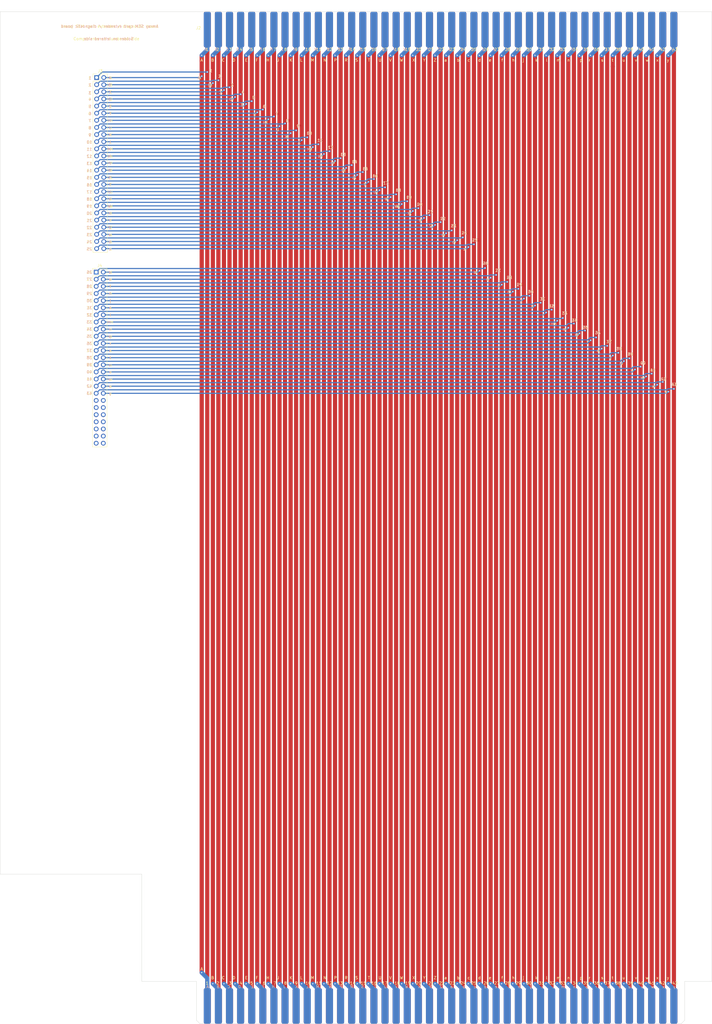
<source format=kicad_pcb>
(kicad_pcb (version 20221018) (generator pcbnew)
  (layers (0 "F.Cu" signal) (31 "B.Cu" signal) (34 "B.Paste" user) (35 "F.Paste" user) (36 "B.SilkS" user "B.Silkscreen") (37 "F.SilkS" user "F.Silkscreen") (38 "B.Mask" user) (39 "F.Mask" user) (44 "Edge.Cuts" user))
  (net 0 "")
  (net 1 "1")
  (net 2 "2")
  (net 3 "3")
  (net 4 "4")
  (net 5 "5")
  (net 6 "6")
  (net 7 "7")
  (net 8 "8")
  (net 9 "9")
  (net 10 "10")
  (net 11 "11")
  (net 12 "12")
  (net 13 "13")
  (net 14 "14")
  (net 15 "15")
  (net 16 "16")
  (net 17 "17")
  (net 18 "18")
  (net 19 "19")
  (net 20 "20")
  (net 21 "21")
  (net 22 "22")
  (net 23 "23")
  (net 24 "24")
  (net 25 "25")
  (net 26 "26")
  (net 27 "27")
  (net 28 "28")
  (net 29 "29")
  (net 30 "30")
  (net 31 "31")
  (net 32 "32")
  (net 33 "33")
  (net 34 "34")
  (net 35 "35")
  (net 36 "36")
  (net 37 "37")
  (net 38 "38")
  (net 39 "39")
  (net 40 "40")
  (net 41 "41")
  (net 42 "42")
  (net 43 "43")
  (net 44 "A")
  (net 45 "B")
  (net 46 "C")
  (net 47 "D")
  (net 48 "E")
  (net 49 "F")
  (net 50 "H")
  (net 51 "J")
  (net 52 "K")
  (net 53 "L")
  (net 54 "M")
  (net 55 "N")
  (net 56 "P")
  (net 57 "R")
  (net 58 "S")
  (net 59 "T")
  (net 60 "U")
  (net 61 "V")
  (net 62 "W")
  (net 63 "X")
  (net 64 "Y")
  (net 65 "Z")
  (net 66 "a")
  (net 67 "b")
  (net 68 "c")
  (net 69 "d")
  (net 70 "e")
  (net 71 "f")
  (net 72 "h")
  (net 73 "j")
  (net 74 "k")
  (net 75 "l")
  (net 76 "m")
  (net 77 "n")
  (net 78 "p")
  (net 79 "r")
  (net 80 "s")
  (net 81 "t")
  (net 82 "u")
  (net 83 "v")
  (net 84 "w")
  (net 85 "x")
  (net 86 "y")
  (footprint "Evan's parts:SEM edge connector" (layer "F.Cu") (at 73.8796 344.7288)
    (fp_text reference "J1" hide)
    (fp_text value "SEM card edge connector")
    (fp_line (start -3.8596 -8.76) (end -3.8596 5.08) (stroke (width 0.1)) (layer "Edge.Cuts"))
    (fp_line (start -3.8596 5.08) (end -2.5896 6.35) (stroke (width 0.1)) (layer "Edge.Cuts"))
    (fp_line (start -2.5896 6.35) (end 169.0104 6.35) (stroke (width 0.1)) (layer "Edge.Cuts"))
    (fp_line (start 170.2804 -8.76) (end 170.2804 5.08) (stroke (width 0.1)) (layer "Edge.Cuts"))
    (fp_line (start 170.2804 5.08) (end 169.0104 6.35) (stroke (width 0.1)) (layer "Edge.Cuts"))
  )
  (footprint "Connector_PinHeader_2.54mm:PinHeader_2x25_P2.54mm_Vertical" (layer "F.Cu") (at 34.2556 83.2104)
    (fp_text reference "J4")
    (fp_text value "Conn_02x25_Odd_Even")
  )
  (footprint "Connector_PinHeader_2.54mm:PinHeader_2x25_P2.54mm_Vertical" (layer "F.Cu") (at 34.4216 13.8684)
    (fp_text reference "J3")
    (fp_text value "Conn_02x25_Odd_Even")
  )
  (footprint "Evan's parts:SEM edge mount for connector" (layer "F.Cu") (at 73.8796 -3.2512)
    (fp_text reference "J2")
    (fp_text value "SEM card edge connector")
    (fp_line (start -4.064 -6.35) (end 170.4848 -6.35) (stroke (width 0.1)) (layer "Edge.Cuts"))
  )
  (gr_line (start 0 -9.6012) (end 0 297.7388) (stroke (width 0.1)) (layer "Edge.Cuts"))
  (gr_line (start 253.86 335.9688) (end 253.86 -9.6012) (stroke (width 0.1)) (layer "Edge.Cuts"))
  (gr_line (start 244.16 335.9688) (end 253.86 335.9688) (stroke (width 0.1)) (layer "Edge.Cuts"))
  (gr_line (start 50.5116 297.7388) (end 50.5116 335.9688) (stroke (width 0.1)) (layer "Edge.Cuts"))
  (gr_line (start 0 297.7388) (end 50.5116 297.7388) (stroke (width 0.1)) (layer "Edge.Cuts"))
  (gr_line (start 244.3644 -9.6012) (end 253.86 -9.6012) (stroke (width 0.1)) (layer "Edge.Cuts"))
  (gr_line (start 50.5116 335.9688) (end 70.02 335.9688) (stroke (width 0.1)) (layer "Edge.Cuts"))
  (gr_line (start 69.8156 -9.6012) (end 0 -9.6012) (stroke (width 0.1)) (layer "Edge.Cuts"))
  (gr_text "12" (at 118.99 39.37) (layer "B.SilkS") (effects (font (size 1 1)) (justify left bottom mirror)))
  (gr_text "6" (at 32.63 27.305) (layer "B.SilkS") (effects (font (size 1 1)) (justify left bottom mirror)))
  (gr_text "v" (at 229.48 338.455) (layer "B.SilkS") (effects (font (size 1 1)) (justify left bottom mirror)))
  (gr_text "t" (at 220.59 4.445) (layer "B.SilkS") (effects (font (size 1 1)) (justify left bottom mirror)))
  (gr_text "b" (at 165.98 338.455) (layer "B.SilkS") (effects (font (size 1 1)) (justify left bottom mirror)))
  (gr_text "27" (at 178.68 83.185) (layer "B.SilkS") (effects (font (size 1 1)) (justify left bottom mirror)))
  (gr_text "23" (at 32.868332 70.485) (layer "B.SilkS") (effects (font (size 1 1)) (justify left bottom mirror)))
  (gr_text "d" (at 172.965 4.445) (layer "B.SilkS") (effects (font (size 1 1)) (justify left bottom mirror)))
  (gr_text "y" (at 237.735 126.365) (layer "B.SilkS") (effects (font (size 1 1)) (justify left bottom mirror)))
  (gr_text "9" (at 32.63 34.925) (layer "B.SilkS") (effects (font (size 1 1)) (justify left bottom mirror)))
  (gr_text "b" (at 165.345 4.445) (layer "B.SilkS") (effects (font (size 1 1)) (justify left bottom mirror)))
  (gr_text "r" (at 212.97 338.455) (layer "B.SilkS") (effects (font (size 1 1)) (justify left bottom mirror)))
  (gr_text "W" (at 145.66 338.455) (layer "B.SilkS") (effects (font (size 1 1)) (justify left bottom mirror)))
  (gr_text "L" (at 39.615 37.465) (layer "B.SilkS") (effects (font (size 1 1)) (justify left bottom mirror)))
  (gr_text "Y" (at 153.28 4.445) (layer "B.SilkS") (effects (font (size 1 1)) (justify left bottom mirror)))
  (gr_text "E" (at 89.78 4.445) (layer "B.SilkS") (effects (font (size 1 1)) (justify left bottom mirror)))
  (gr_text "B" (at 39.615 17.145) (layer "B.SilkS") (effects (font (size 1 1)) (justify left bottom mirror)))
  (gr_text "1" (at 75.81 12.065) (layer "B.SilkS") (effects (font (size 1 1)) (justify left bottom mirror)))
  (gr_text "22" (at 158.995 64.77) (layer "B.SilkS") (effects (font (size 1 1)) (justify left bottom mirror)))
  (gr_text "L" (at 110.1 338.455) (layer "B.SilkS") (effects (font (size 1 1)) (justify left bottom mirror)))
  (gr_text "33" (at 202.413332 98.425) (layer "B.SilkS") (effects (font (size 1 1)) (justify left bottom mirror)))
  (gr_text "Z" (at 157.725 338.455) (layer "B.SilkS") (effects (font (size 1 1)) (justify left bottom mirror)))
  (gr_text "U" (at 138.04 338.455) (layer "B.SilkS") (effects (font (size 1 1)) (justify left bottom mirror)))
  (gr_text "24" (at 166.615 69.85) (layer "B.SilkS") (effects (font (size 1 1)) (justify left bottom mirror)))
  (gr_text "43" (at 241.545 123.825) (layer "B.SilkS") (effects (font (size 1 1)) (justify left bottom mirror)))
  (gr_text "j" (at 186.3 93.98) (layer "B.SilkS") (effects (font (size 1 1)) (justify left bottom mirror)))
  (gr_text "9" (at 106.925 31.75) (layer "B.SilkS") (effects (font (size 1 1)) (justify left bottom mirror)))
  (gr_text "H" (at 97.4 4.445) (layer "B.SilkS") (effects (font (size 1 1)) (justify left bottom mirror)))
  (gr_text "t" (at 39.615 114.3) (layer "B.SilkS") (effects (font (size 1 1)) (justify left bottom mirror)))
  (gr_text "37" (at 218.288332 108.585) (layer "B.SilkS") (effects (font (size 1 1)) (justify left bottom mirror)))
  (gr_text "16" (at 32.868332 52.705) (layer "B.SilkS") (effects (font (size 1 1)) (justify left bottom mirror)))
  (gr_text "31" (at 32.868332 96.52) (layer "B.SilkS") (effects (font (size 1 1)) (justify left bottom mirror)))
  (gr_text "x" (at 237.1 338.455) (layer "B.SilkS") (effects (font (size 1 1)) (justify left bottom mirror)))
  (gr_text "R" (at 125.34 4.445) (layer "B.SilkS") (effects (font (size 1 1)) (justify left bottom mirror)))
  (gr_text "37" (at 32.868332 111.76) (layer "B.SilkS") (effects (font (size 1 1)) (justify left bottom mirror)))
  (gr_text "U" (at 39.615 55.245) (layer "B.SilkS") (effects (font (size 1 1)) (justify left bottom mirror)))
  (gr_text "17" (at 32.868332 55.245) (layer "B.SilkS") (effects (font (size 1 1)) (justify left bottom mirror)))
  (gr_text "l" (at 193.92 99.06) (layer "B.SilkS") (effects (font (size 1 1)) (justify left bottom mirror)))
  (gr_text "26" (at 32.868332 83.82) (layer "B.SilkS") (effects (font (size 1 1)) (justify left bottom mirror)))
  (gr_text "14" (at 32.868332 47.625) (layer "B.SilkS") (effects (font (size 1 1)) (justify left bottom mirror)))
  (gr_text "14" (at 127.483332 44.45) (layer "B.SilkS") (effects (font (size 1 1)) (justify left bottom mirror)))
  (gr_text "26" (at 174.235 80.645) (layer "B.SilkS") (effects (font (size 1 1)) (justify left bottom mirror)))
  (gr_text "W" (at 141.85 60.325) (layer "B.SilkS") (effects (font (size 1 1)) (justify left bottom mirror)))
  (gr_text "E" (at 39.615 24.765) (layer "B.SilkS") (effects (font (size 1 1)) (justify left bottom mirror)))
  (gr_text "m" (at 201.54 338.455) (layer "B.SilkS") (effects (font (size 1 1)) (justify left bottom mirror)))
  (gr_text "e" (at 176.775 4.445) (layer "B.SilkS") (effects (font (size 1 1)) (justify left bottom mirror)))
  (gr_text "v" (at 225.67 118.745) (layer "B.SilkS") (effects (font (size 1 1)) (justify left bottom mirror)))
  (gr_text "36" (at 32.868332 109.22) (layer "B.SilkS") (effects (font (size 1 1)) (justify left bottom mirror)))
  (gr_text "2" (at 32.63 17.145) (layer "B.SilkS") (effects (font (size 1 1)) (justify left bottom mirror)))
  (gr_text "p" (at 209.16 4.445) (layer "B.SilkS") (effects (font (size 1 1)) (justify left bottom mirror)))
  (gr_text "31" (at 194.555 93.345) (layer "B.SilkS") (effects (font (size 1 1)) (justify left bottom mirror)))
  (gr_text "c" (at 169.155 4.445) (layer "B.SilkS") (effects (font (size 1 1)) (justify left bottom mirror)))
  (gr_text "11" (at 115.18 36.83) (layer "B.SilkS") (effects (font (size 1 1)) (justify left bottom mirror)))
  (gr_text "h" (at 39.615 91.44) (layer "B.SilkS") (effects (font (size 1 1)) (justify left bottom mirror)))
  (gr_text "C" (at 78.985 19.685) (layer "B.SilkS") (effects (font (size 1 1)) (justify left bottom mirror)))
  (gr_text "j" (at 189.475 338.455) (layer "B.SilkS") (effects (font (size 1 1)) (justify left bottom mirror)))
  (gr_text "M" (at 113.91 338.455) (layer "B.SilkS") (effects (font (size 1 1)) (justify left bottom mirror)))
  (gr_text "38" (at 32.868332 114.3) (layer "B.SilkS") (effects (font (size 1 1)) (justify left bottom mirror)))
  (gr_text "M" (at 113.275 4.445) (layer "B.SilkS") (effects (font (size 1 1)) (justify left bottom mirror)))
  (gr_text "11" (at 32.868332 40.005) (layer "B.SilkS") (effects (font (size 1 1)) (justify left bottom mirror)))
  (gr_text "e" (at 174.235 86.36) (layer "B.SilkS") (effects (font (size 1 1)) (justify left bottom mirror)))
  (gr_text "20" (at 150.74 59.69) (layer "B.SilkS") (effects (font (size 1 1)) (justify left bottom mirror)))
  (gr_text "20" (at 32.868332 62.865) (layer "B.SilkS") (effects (font (size 1 1)) (justify left bottom mirror)))
  (gr_text "n" (at 39.615 104.14) (layer "B.SilkS") (effects (font (size 1 1)) (justify left bottom mirror)))
  (gr_text "k" (at 190.11 95.885) (layer "B.SilkS") (effects (font (size 1 1)) (justify left bottom mirror)))
  (gr_text "c" (at 169.79 338.455) (layer "B.SilkS") (effects (font (size 1 1)) (justify left bottom mirror)))
  (gr_text "w" (at 229.48 121.285) (layer "B.SilkS") (effects (font (size 1 1)) (justify left bottom mirror)))
  (gr_text "j" (at 188.84 4.445) (layer "B.SilkS") (effects (font (size 1 1)) (justify left bottom mirror)))
  (gr_text "s" (at 213.605 111.76) (layer "B.SilkS") (effects (font (size 1 1)) (justify left bottom mirror)))
  (gr_text "J" (at 101.21 4.445) (layer "B.SilkS") (effects (font (size 1 1)) (justify left bottom mirror)))
  (gr_text "A" (at 39.615 14.605) (layer "B.SilkS") (effects (font (size 1 1)) (justify left bottom mirror)))
  (gr_text "33" (at 32.868332 101.6) (layer "B.SilkS") (effects (font (size 1 1)) (justify left bottom mirror)))
  (gr_text "P" (at 122.165 338.455) (layer "B.SilkS") (effects (font (size 1 1)) (justify left bottom mirror)))
  (gr_text "40" (at 32.868332 119.38) (layer "B.SilkS") (effects (font (size 1 1)) (justify left bottom mirror)))
  (gr_text "13" (at 123.435 41.91) (layer "B.SilkS") (effects (font (size 1 1)) (justify left bottom mirror)))
  (gr_text "35" (at 32.868332 106.68) (layer "B.SilkS") (effects (font (size 1 1)) (justify left bottom mirror)))
  (gr_text "M" (at 110.735 40.005) (layer "B.SilkS") (effects (font (size 1 1)) (justify left bottom mirror)))
  (gr_text "34" (at 32.868332 104.14) (layer "B.SilkS") (effects (font (size 1 1)) (justify left bottom mirror)))
  (gr_text "l" (at 39.615 99.06) (layer "B.SilkS") (effects (font (size 1 1)) (justify left bottom mirror)))
  (gr_text "19" (at 146.93 57.15) (layer "B.SilkS") (effects (font (size 1 1)) (justify left bottom mirror)))
  (gr_text "X" (at 146.295 62.865) (layer "B.SilkS") (effects (font (size 1 1)) (justify left bottom mirror)))
  (gr_text "36" (at 214.24 105.41) (layer "B.SilkS") (effects (font (size 1 1)) (justify left bottom mirror)))
  (gr_text "7" (at 32.63 29.845) (layer "B.SilkS") (effects (font (size 1 1)) (justify left bottom mirror)))
  (gr_text "40" (at 230.353332 116.205) (layer "B.SilkS") (effects (font (size 1 1)) (justify left bottom mirror)))
  (gr_text "10" (at 111.37 34.29) (layer "B.SilkS") (effects (font (size 1 1)) (justify left bottom mirror)))
  (gr_text "E" (at 86.605 24.13) (layer "B.SilkS") (effects (font (size 1 1)) (justify left bottom mirror)))
  (gr_text "N" (at 39.615 42.545) (layer "B.SilkS") (effects (font (size 1 1)) (justify left bottom mirror)))
  (gr_text "t" (at 221.225 338.455) (layer "B.SilkS") (effects (font (size 1 1)) (justify left bottom mirror)))
  (gr_text "7" (at 99.305 27.305) (layer "B.SilkS") (effects (font (size 1 1)) (justify left bottom mirror)))
  (gr_text "32" (at 197.73 95.885) (layer "B.SilkS") (effects (font (size 1 1)) (justify left bottom mirror)))
  (gr_text "4" (at 87.24 19.685) (layer "B.SilkS") (effects (font (size 1 1)) (justify left bottom mirror)))
  (gr_text "D" (at 85.97 338.455) (layer "B.SilkS") (effects (font (size 1 1)) (justify left bottom mirror)))
  (gr_text "f" (at 181.855 338.455) (layer "B.SilkS") (effects (font (size 1 1)) (justify left bottom mirror)))
  (gr_text "30" (at 32.868332 93.98) (layer "B.SilkS") (effects (font (size 1 1)) (justify left bottom mirror)))
  (gr_text "l" (at 197.73 338.455) (layer "B.SilkS") (effects (font (size 1 1)) (justify left bottom mirror)))
  (gr_text "w" (at 233.29 338.455) (layer "B.SilkS") (effects (font (size 1 1)) (justify left bottom mirror)))
  (gr_text "r" (at 39.615 109.22) (layer "B.SilkS") (effects (font (size 1 1)) (justify left bottom mirror)))
  (gr_text "M" (at 39.615 40.005) (layer "B.SilkS") (effects (font (size 1 1)) (justify left bottom mirror)))
  (gr_text "24" (at 32.868332 73.025) (layer "B.SilkS") (effects (font (size 1 1)) (justify left bottom mirror)))
  (gr_text "w" (at 232.655 4.445) (layer "B.SilkS") (effects (font (size 1 1)) (justify left bottom mirror)))
  (gr_text "12" (at 32.868332 42.545) (layer "B.SilkS") (effects (font (size 1 1)) (justify left bottom mirror)))
  (gr_text "V" (at 141.85 338.455) (layer "B.SilkS") (effects (font (size 1 1)) (justify left bottom mirror)))
  (gr_text "m" (at 200.905 4.445) (layer "B.SilkS") (effects (font (size 1 1)) (justify left bottom mirror)))
  (gr_text "s" (at 217.415 338.455) (layer "B.SilkS") (effects (font (size 1 1)) (justify left bottom mirror)))
  (gr_text "J" (at 99.305 33.02) (layer "B.SilkS") (effects (font (size 1 1)) (justify left bottom mirror)))
  (gr_text "S" (at 126.61 50.165) (layer "B.SilkS") (effects (font (size 1 1)) (justify left bottom mirror)))
  (gr_text "27" (at 32.868332 86.36) (layer "B.SilkS") (effects (font (size 1 1)) (justify left bottom mirror)))
  (gr_text "L" (at 106.925 37.465) (layer "B.SilkS") (effects (font (size 1 1)) (justify left bottom mirror)))
  (gr_text "22" (at 32.868332 67.945) (layer "B.SilkS") (effects (font (size 1 1)) (justify left bottom mirror)))
  (gr_text "Y" (at 39.615 65.405) (layer "B.SilkS") (effects (font (size 1 1)) (justify left bottom mirror)))
  (gr_text "x" (at 39.615 124.46) (layer "B.SilkS") (effects (font (size 1 1)) (justify left bottom mirror)))
  (gr_text "J" (at 101.845 338.455) (layer "B.SilkS") (effects (font (size 1 1)) (justify left bottom mirror)))
  (gr_text "f" (at 181.22 4.445) (layer "B.SilkS") (effects (font (size 1 1)) (justify left bottom mirror)))
  (gr_text "a" (at 161.535 338.455) (layer "B.SilkS") (effects (font (size 1 1)) (justify left bottom mirror)))
  (gr_text "L" (at 109.465 4.445) (layer "B.SilkS") (effects (font (size 1 1)) (justify left bottom mirror)))
  (gr_text "f" (at 178.045 88.9) (layer "B.SilkS") (effects (font (size 1 1)) (justify left bottom mirror)))
  (gr_text "c" (at 39.615 75.565) (layer "B.SilkS") (effects (font (size 1 1)) (justify left bottom mirror)))
  (gr_text "F" (at 91.05 27.94) (layer "B.SilkS") (effects (font (size 1 1)) (justify left bottom mirror)))
  (gr_text "42" (at 32.868332 124.46) (layer "B.SilkS") (effects (font (size 1 1)) (justify left bottom mirror)))
  (gr_text "P" (at 39.615 45.085) (layer "B.SilkS") (effects (font (size 1 1)) (justify left bottom mirror)))
  (gr_text "10" (at 32.868332 37.465) (layer "B.SilkS") (effects (font (size 1 1)) (justify left bottom mirror)))
  (gr_text "j" (at 39.615 93.98) (layer "B.SilkS") (effects (font (size 1 1)) (justify left bottom mirror)))
  (gr_text "u" (at 39.615 116.84) (layer "B.SilkS") (effects (font (size 1 1)) (justify left bottom mirror)))
  (gr_text "R" (at 39.615 47.625) (layer "B.SilkS") (effects (font (size 1 1)) (justify left bottom mirror)))
  (gr_text "h" (at 185.03 4.445) (layer "B.SilkS") (effects (font (size 1 1)) (justify left bottom mirror)))
  (gr_text "u" (at 221.86 116.205) (layer "B.SilkS") (effects (font (size 1 1)) (justify left bottom mirror)))
  (gr_text "F" (at 39.615 27.305) (layer "B.SilkS") (effects (font (size 1 1)) (justify left bottom mirror)))
  (gr_text "a" (at 39.615 70.485) (layer "B.SilkS") (effects (font (size 1 1)) (justify left bottom mirror)))
  (gr_text "28" (at 182.728332 85.725) (layer "B.SilkS") (effects (font (size 1 1)) (justify left bottom mirror)))
  (gr_text "T" (at 134.23 338.455) (layer "B.SilkS") (effects (font (size 1 1)) (justify left bottom mirror)))
  (gr_text "T" (at 130.42 52.705) (layer "B.SilkS") (effects (font (size 1 1)) (justify left bottom mirror)))
  (gr_text "B" (at 75.175 17.145) (layer "B.SilkS") (effects (font (size 1 1)) (justify left bottom mirror)))
  (gr_text "J" (at 39.615 32.385) (layer "B.SilkS") (effects (font (size 1 1)) (justify left bottom mirror)))
  (gr_text "h" (at 185.665 338.455) (layer "B.SilkS") (effects (font (size 1 1)) (justify left bottom mirror)))
  (gr_text "n" (at 205.35 338.455) (layer "B.SilkS") (effects (font (size 1 1)) (justify left bottom mirror)))
  (gr_text "p" (at 205.985 106.045) (layer "B.SilkS") (effects (font (size 1 1)) (justify left bottom mirror)))
  (gr_text "19" (at 32.868332 60.325) (layer "B.SilkS") (effects (font (size 1 1)) (justify left bottom mirror)))
  (gr_text "N" (at 117.72 4.445) (layer "B.SilkS") (effects (font (size 1 1)) (justify left bottom mirror)))
  (gr_text "v" (at 39.615 119.38) (layer "B.SilkS") (effects (font (size 1 1)) (justify left bottom mirror)))
  (gr_text "K" (at 105.655 4.445) (layer "B.SilkS") (effects (font (size 1 1)) (justify left bottom mirror)))
  (gr_text "S" (at 39.615 50.165) (layer "B.SilkS") (effects (font (size 1 1)) (justify left bottom mirror)))
  (gr_text "S" (at 129.15 4.445) (layer "B.SilkS") (effects (font (size 1 1)) (justify left bottom mirror)))
  (gr_text "u" (at 224.4 4.445) (layer "B.SilkS") (effects (font (size 1 1)) (justify left bottom mirror)))
  (gr_text "n" (at 204.715 4.445) (layer "B.SilkS") (effects (font (size 1 1)) (justify left bottom mirror)))
  (gr_text "Solder on lettered side" (at 47.625 0.635) (layer "B.SilkS") (effects (font (size 1 1)) (justify left bottom mirror)))
  (gr_text "D" (at 39.615 22.225) (layer "B.SilkS") (effects (font (size 1 1)) (justify left bottom mirror)))
  (gr_text "16" (at 134.865 49.53) (layer "B.SilkS") (effects (font (size 1 1)) (justify left bottom mirror)))
  (gr_text "43" (at 32.868332 127) (layer "B.SilkS") (effects (font (size 1 1)) (justify left bottom mirror)))
  (gr_text "e" (at 177.41 338.455) (layer "B.SilkS") (effects (font (size 1 1)) (justify left bottom mirror)))
  (gr_text "B" (at 77.715 4.445) (layer "B.SilkS") (effects (font (size 1 1)) (justify left bottom mirror)))
  (gr_text "39" (at 225.908332 113.03) (layer "B.SilkS") (effects (font (size 1 1)) (justify left bottom mirror)))
  (gr_text "C" (at 82.16 338.455) (layer "B.SilkS") (effects (font (size 1 1)) (justify left bottom mirror)))
  (gr_text "F" (at 94.225 338.455) (layer "B.SilkS") (effects (font (size 1 1)) (justify left bottom mirror)))
  (gr_text "p" (at 209.795 338.455) (layer "B.SilkS") (effects (font (size 1 1)) (justify left bottom mirror)))
  (gr_text "d" (at 169.79 83.82) (layer "B.SilkS") (effects (font (size 1 1)) (justify left bottom mirror)))
  (gr_text "21" (at 32.868332 65.405) (layer "B.SilkS") (effects (font (size 1 1)) (justify left bottom mirror)))
  (gr_text "H" (at 98.035 338.455) (layer "B.SilkS") (effects (font (size 1 1)) (justify left bottom mirror)))
  (gr_text "a" (at 160.9 4.445) (layer "B.SilkS") (effects (font (size 1 1)) (justify left bottom mirror)))
  (gr_text "r" (at 209.795 108.585) (layer "B.SilkS") (effects (font (size 1 1)) (justify left bottom mirror)))
  (gr_text "s" (at 39.615 111.76) (layer "B.SilkS") (effects (font (size 1 1)) (justify left bottom mirror)))
  (gr_text "1" (at 32.63 14.605) (layer "B.SilkS") (effects (font (size 1 1)) (justify left bottom mirror)))
  (gr_text "17" (at 138.675 52.07) (layer "B.SilkS") (effects (font (size 1 1)) (justify left bottom mirror)))
  (gr_text "Z" (at 157.09 4.445) (layer "B.SilkS") (effects (font (size 1 1)) (justify left bottom mirror)))
  (gr_text "h" (at 181.855 90.805) (layer "B.SilkS") (effects (font (size 1 1)) (justify left bottom mirror)))
  (gr_text "3" (at 32.63 19.9517) (layer "B.SilkS") (effects (font (size 1 1)) (justify left bottom mirror)))
  (gr_text "41" (at 233.925 118.745) (layer "B.SilkS") (effects (font (size 1 1)) (justify left bottom mirror)))
  (gr_text "15" (at 131.293332 46.99) (layer "B.SilkS") (effects (font (size 1 1)) (justify left bottom mirror)))
  (gr_text "H" (at 39.615 29.845) (layer "B.SilkS") (effects (font (size 1 1)) (justify left bottom mirror)))
  (gr_text "W" (at 145.025 4.445) (layer "B.SilkS") (effects (font (size 1 1)) (justify left bottom mirror)))
  (gr_text "K" (at 102.48 35.56) (layer "B.SilkS") (effects (font (size 1 1)) (justify left bottom mirror)))
  (gr_text "X" (at 150.105 338.455) (layer "B.SilkS") (effects (font (size 1 1)) (justify left bottom mirror)))
  (gr_text "d" (at 39.615 83.82) (layer "B.SilkS") (effects (font (size 1 1)) (justify left bottom mirror)))
  (gr_text "N" (at 114.545 42.545) (layer "B.SilkS") (effects (font (size 1 1)) (justify left bottom mirror)))
  (gr_text "A" (at 74.54 338.455) (layer "B.SilkS") (effects (font (size 1 1)) (justify left bottom mirror)))
  (gr_text "P" (at 118.99 45.085) (layer "B.SilkS") (effects (font (size 1 1)) (justify left bottom mirror)))
  (gr_text "X" (at 39.615 62.865) (layer "B.SilkS") (effects (font (size 1 1)) (justify left bottom mirror)))
  (gr_text "t" (at 218.05 114.3) (layer "B.SilkS") (effects (font (size 1 1)) (justify left bottom mirror)))
  (gr_text "u" (at 225.035 338.455) (layer "B.SilkS") (effects (font (size 1 1)) (justify left bottom mirror)))
  (gr_text "13" (at 32.868332 45.085) (layer "B.SilkS") (effects (font (size 1 1)) (justify left bottom mirror)))
  (gr_text "w" (at 39.615 121.92) (layer "B.SilkS") (effects (font (size 1 1)) (justify left bottom mirror)))
  (gr_text "25" (at 170.425 72.39) (layer "B.SilkS") (effects (font (size 1 1)) (justify left bottom mirror)))
  (gr_text "Y" (at 150.105 65.405) (layer "B.SilkS") (effects (font (size 1 1)) (justify left bottom mirror)))
  (gr_text "X" (at 149.47 4.445) (layer "B.SilkS") (effects (font (size 1 1)) (justify left bottom mirror)))
  (gr_text "V" (at 141.215 4.445) (layer "B.SilkS") (effects (font (size 1 1)) (justify left bottom mirror)))
  (gr_text "U" (at 134.23 55.245) (layer "B.SilkS") (effects (font (size 1 1)) (justify left bottom mirror)))
  (gr_text "4" (at 32.63 22.225) (layer "B.SilkS") (effects (font (size 1 1)) (justify left bottom mirror)))
  (gr_text "K" (at 39.615 34.925) (layer "B.SilkS") (effects (font (size 1 1)) (justify left bottom mirror)))
  (gr_text "y" (at 240.275 4.445) (layer "B.SilkS") (effects (font (size 1 1)) (justify left bottom mirror)))
  (gr_text "k" (at 39.615 96.52) (layer "B.SilkS") (effects (font (size 1 1)) (justify left bottom mirror)))
  (gr_text "5" (at 32.63 24.765) (layer "B.SilkS") (effects (font (size 1 1)) (justify left bottom mirror)))
  (gr_text "A" (at 73.905 4.445) (layer "B.SilkS") (effects (font (size 1 1)) (justify left bottom mirror)))
  (gr_text "B" (at 78.35 338.455) (layer "B.SilkS") (effects (font (size 1 1)) (justify left bottom mirror)))
  (gr_text "18" (at 143.12 54.61) (layer "B.SilkS") (effects (font (size 1 1)) (justify left bottom mirror)))
  (gr_text "30" (at 190.348332 90.805) (layer "B.SilkS") (effects (font (size 1 1)) (justify left bottom mirror)))
  (gr_text "n" (at 201.54 104.14) (layer "B.SilkS") (effects (font (size 1 1)) (justify left bottom mirror)))
  (gr_text "R" (at 122.8 47.625) (layer "B.SilkS") (effects (font (size 1 1)) (justify left bottom mirror)))
  (gr_text "32" (at 32.868332 99.06) (layer "B.SilkS") (effects (font (size 1 1)) (justify left bottom mirror)))
  (gr_text "5" (at 91.05 21.59) (layer "B.SilkS") (effects (font (size 1 1)) (justify left bottom mirror)))
  (gr_text "21" (at 154.55 62.23) (layer "B.SilkS") (effects (font (size 1 1)) (justify left bottom mirror)))
  (gr_text "V" (at 138.04 57.785) (layer "B.SilkS") (effects (font (size 1 1)) (justify left bottom mirror)))
  (gr_text "K" (at 106.29 338.455) (layer "B.SilkS") (effects (font (size 1 1)) (justify left bottom mirror)))
  (gr_text "x" (at 236.465 4.445) (layer "B.SilkS") (effects (font (size 1 1)) (justify left bottom mirror)))
  (gr_text "S" (at 129.785 338.455) (layer "B.SilkS") (effects (font (size 1 1)) (justify left bottom mirror)))
  (gr_text "29" (at 32.868332 91.44) (layer "B.SilkS") (effects (font (size 1 1)) (justify left bottom mirror)))
  (gr_text "E" (at 90.415 338.455) (layer "B.SilkS") (effects (font (size 1 1)) (justify left bottom mirror)))
  (gr_text "T" (at 133.595 4.445) (layer "B.SilkS") (effects (font (size 1 1)) (justify left bottom mirror)))
  (gr_text "b" (at 162.17 73.025) (layer "B.SilkS") (effects (font (size 1 1)) (justify left bottom mirror)))
  (gr_text "15" (at 32.868332 50.165) (layer "B.SilkS") (effects (font (size 1 1)) (justify left bottom mirror)))
  (gr_text "29" (at 186.3 88.265) (layer "B.SilkS") (effects (font (size 1 1)) (justify left bottom mirror)))
  (gr_text "39" (at 32.868332 116.84) (layer "B.SilkS") (effects (font (size 1 1)) (justify left bottom mirror)))
  (gr_text "3" (at 83.43 17.145) (layer "B.SilkS") (effects (font (size 1 1)) (justify left bottom mirror)))
  (gr_text "r" (at 212.335 4.445) (layer "B.SilkS") (effects (font (size 1 1)) (justify left bottom mirror)))
  (gr_text "k" (at 193.285 4.445) (layer "B.SilkS") (effects (font (size 1 1)) (justify left bottom mirror)))
  (gr_text "42" (at 237.735 121.92) (layer "B.SilkS") (effects (font (size 1 1)) (justify left bottom mirror)))
  (gr_text "H" (at 94.86 30.48) (layer "B.SilkS") (effects (font (size 1 1)) (justify left bottom mirror)))
  (gr_text "38" (at 221.86 111.125) (layer "B.SilkS") (effects (font (size 1 1)) (justify left bottom mirror)))
  (gr_text "m" (at 39.615 101.6) (layer "B.SilkS") (effects (font (size 1 1)) (justify left bottom mirror)))
  (gr_text "Y" (at 153.915 338.455) (layer "B.SilkS") (effects (font (size 1 1)) (justify left bottom mirror)))
  (gr_text "a" (at 158.36 70.485) (layer "B.SilkS") (effects (font (size 1 1)) (justify left bottom mirror)))
  (gr_text "k" (at 193.92 338.455) (layer "B.SilkS") (effects (font (size 1 1)) (justify left bottom mirror)))
  (gr_text "6" (at 94.86 24.765) (layer "B.SilkS") (effects (font (size 1 1)) (justify left bottom mirror)))
  (gr_text "y" (at 39.615 127) (layer "B.SilkS") (effects (font (size 1 1)) (justify left bottom mirror)))
  (gr_text "28" (at 32.868332 88.9) (layer "B.SilkS") (effects (font (size 1 1)) (justify left bottom mirror)))
  (gr_text "18" (at 32.868332 57.785) (layer "B.SilkS") (effects (font (size 1 1)) (justify left bottom mirror)))
  (gr_text "V" (at 39.615 57.785) (layer "B.SilkS") (effects (font (size 1 1)) (justify left bottom mirror)))
  (gr_text "Amray SEM card extender / diagnostic board" (at 56.515 -3.81) (layer "B.SilkS") (effects (font (size 1 1)) (justify left bottom mirror)))
  (gr_text "b" (at 39.615 73.025) (layer "B.SilkS") (effects (font (size 1 1)) (justify left bottom mirror)))
  (gr_text "35" (at 209.795 103.505) (layer "B.SilkS") (effects (font (size 1 1)) (justify left bottom mirror)))
  (gr_text "m" (at 197.73 102.235) (layer "B.SilkS") (effects (font (size 1 1)) (justify left bottom mirror)))
  (gr_text "N" (at 118.355 338.455) (layer "B.SilkS") (effects (font (size 1 1)) (justify left bottom mirror)))
  (gr_text "Z" (at 39.615 67.945) (layer "B.SilkS") (effects (font (size 1 1)) (justify left bottom mirror)))
  (gr_text "D" (at 82.795 22.225) (layer "B.SilkS") (effects (font (size 1 1)) (justify left bottom mirror)))
  (gr_text "f" (at 39.615 88.9) (layer "B.SilkS") (effects (font (size 1 1)) (justify left bottom mirror)))
  (gr_text "Z" (at 153.915 67.31) (layer "B.SilkS") (effects (font (size 1 1)) (justify left bottom mirror)))
  (gr_text "41" (at 32.868332 121.92) (layer "B.SilkS") (effects (font (size 1 1)) (justify left bottom mirror)))
  (gr_text "d" (at 173.6 338.455) (layer "B.SilkS") (effects (font (size 1 1)) (justify left bottom mirror)))
  (gr_text "l" (at 197.095 4.445) (layer "B.SilkS") (effects (font (size 1 1)) (justify left bottom mirror)))
  (gr_text "23" (at 162.805 67.31) (layer "B.SilkS") (effects (font (size 1 1)) (justify left bottom mirror)))
  (gr_text "D" (at 85.335 4.445) (layer "B.SilkS") (effects (font (size 1 1)) (justify left bottom mirror)))
  (gr_text "T" (at 39.615 52.705) (layer "B.SilkS") (effects (font (size 1 1)) (justify left bottom mirror)))
  (gr_text "C" (at 39.615 19.685) (layer "B.SilkS") (effects (font (size 1 1)) (justify left bottom mirror)))
  (gr_text "34" (at 205.985 100.965) (layer "B.SilkS") (effects (font (size 1 1)) (justify left bottom mirror)))
  (gr_text "F" (at 93.59 4.445) (layer "B.SilkS") (effects (font (size 1 1)) (justify left bottom mirror)))
  (gr_text "c" (at 165.98 75.565) (layer "B.SilkS") (effects (font (size 1 1)) (justify left bottom mirror)))
  (gr_text "2" (at 78.985 13.97) (layer "B.SilkS") (effects (font (size 1 1)) (justify left bottom mirror)))
  (gr_text "p" (at 39.615 106.68) (layer "B.SilkS") (effects (font (size 1 1)) (justify left bottom mirror)))
  (gr_text "v" (at 228.845 4.445) (layer "B.SilkS") (effects (font (size 1 1)) (justify left bottom mirror)))
  (gr_text "C" (at 81.525 4.445) (layer "B.SilkS") (effects (font (size 1 1)) (justify left bottom mirror)))
  (gr_text "s" (at 216.78 4.445) (layer "B.SilkS") (effects (font (size 1 1)) (justify left bottom mirror)))
  (gr_text "25" (at 32.868332 75.565) (layer "B.SilkS") (effects (font (size 1 1)) (justify left bottom mirror)))
  (gr_text "U" (at 137.405 4.445) (layer "B.SilkS") (effects (font (size 1 1)) (justify left bottom mirror)))
  (gr_text "R" (at 125.975 338.455) (layer "B.SilkS") (effects (font (size 1 1)) (justify left bottom mirror)))
  (gr_text "A" (at 71.365 14.605) (layer "B.SilkS") (effects (font (size 1 1)) (justify left bottom mirror)))
  (gr_text "P" (at 121.53 4.445) (layer "B.SilkS") (effects (font (size 1 1)) (justify left bottom mirror)))
  (gr_text "W" (at 39.615 60.325) (layer "B.SilkS") (effects (font (size 1 1)) (justify left bottom mirror)))
  (gr_text "8" (at 103.115 29.845) (layer "B.SilkS") (effects (font (size 1 1)) (justify left bottom mirror)))
  (gr_text "y" (at 240.91 338.455) (layer "B.SilkS") (effects (font (size 1 1)) (justify left bottom mirror)))
  (gr_text "x" (at 233.29 124.46) (layer "B.SilkS") (effects (font (size 1 1)) (justify left bottom mirror)))
  (gr_text "e" (at 39.615 86.36) (layer "B.SilkS") (effects (font (size 1 1)) (justify left bottom mirror)))
  (gr_text "8" (at 32.63 32.385) (layer "B.SilkS") (effects (font (size 1 1)) (justify left bottom mirror)))
  (gr_text "16" (at 132.721668 49.53) (layer "F.SilkS") (effects (font (size 1 1)) (justify left bottom)))
  (gr_text "36" (at 211.7 337.185) (layer "F.SilkS") (effects (font (size 1 1)) (justify left bottom)))
  (gr_text "21" (at 152.406668 62.23) (layer "F.SilkS") (effects (font (size 1 1)) (justify left bottom)))
  (gr_text "c" (at 165.345 75.565) (layer "F.SilkS") (effects (font (size 1 1)) (justify left bottom)))
  (gr_text "F" (at 91.05 335.28) (layer "F.SilkS") (effects (font (size 1 1)) (justify left bottom)))
  (gr_text "40" (at 227.575 4.445) (layer "F.SilkS") (effects (font (size 1 1)) (justify left bottom)))
  (gr_text "m" (at 197.095 102.235) (layer "F.SilkS") (effects (font (size 1 1)) (justify left bottom)))
  (gr_text "E" (at 87.24 8.255) (layer "F.SilkS") (effects (font (size 1 1)) (justify left bottom)))
  (gr_text "s" (at 214.24 335.28) (layer "F.SilkS") (effects (font (size 1 1)) (justify left bottom)))
  (gr_text "v" (at 225.035 118.745) (layer "F.SilkS") (effects (font (size 1 1)) (justify left bottom)))
  (gr_text "31" (at 192.015 4.445) (layer "F.SilkS") (effects (font (size 1 1)) (justify left bottom)))
  (gr_text "L" (at 106.925 8.255) (layer "F.SilkS") (effects (font (size 1 1)) (justify left bottom)))
  (gr_text "H" (at 94.86 335.28) (layer "F.SilkS") (effects (font (size 1 1)) (justify left bottom)))
  (gr_text "b" (at 162.805 8.255) (layer "F.SilkS") (effects (font (size 1 1)) (justify left bottom)))
  (gr_text "B" (at 75.175 8.255) (layer "F.SilkS") (effects (font (size 1 1)) (justify left bottom)))
  (gr_text "e" (at 38.98 86.36) (layer "F.SilkS") (effects (font (size 1 1)) (justify left bottom)))
  (gr_text "38" (at 219.32 4.445) (layer "F.SilkS") (effects (font (size 1 1)) (justify left bottom)))
  (gr_text "d" (at 169.155 83.82) (layer "F.SilkS") (effects (font (size 1 1)) (justify left bottom)))
  (gr_text "35" (at 207.89 337.185) (layer "F.SilkS") (effects (font (size 1 1)) (justify left bottom)))
  (gr_text "12" (at 116.45 337.185) (layer "F.SilkS") (effects (font (size 1 1)) (justify left bottom)))
  (gr_text "R" (at 122.8 8.255) (layer "F.SilkS") (effects (font (size 1 1)) (justify left bottom)))
  (gr_text "T" (at 129.785 52.705) (layer "F.SilkS") (effects (font (size 1 1)) (justify left bottom)))
  (gr_text "6" (at 93.59 24.765) (layer "F.SilkS") (effects (font (size 1 1)) (justify left bottom)))
  (gr_text "L" (at 106.925 335.28) (layer "F.SilkS") (effects (font (size 1 1)) (justify left bottom)))
  (gr_text "27" (at 176.14 337.185) (layer "F.SilkS") (effects (font (size 1 1)) (justify left bottom)))
  (gr_text "20" (at 148.2 4.445) (layer "F.SilkS") (effects (font (size 1 1)) (justify left bottom)))
  (gr_text "30" (at 187.57 4.445) (layer "F.SilkS") (effects (font (size 1 1)) (justify left bottom)))
  (gr_text "P" (at 118.99 335.28) (layer "F.SilkS") (effects (font (size 1 1)) (justify left bottom)))
  (gr_text "13" (at 120.26 4.445) (layer "F.SilkS") (effects (font (size 1 1)) (justify left bottom)))
  (gr_text "18" (at 140.976668 54.61) (layer "F.SilkS") (effects (font (size 1 1)) (justify left bottom)))
  (gr_text "9" (at 105.02 4.445) (layer "F.SilkS") (effects (font (size 1 1)) (justify left bottom)))
  (gr_text "2" (at 77.715 13.97) (layer "F.SilkS") (effects (font (size 1 1)) (justify left bottom)))
  (gr_text "B" (at 75.175 335.28) (layer "F.SilkS") (effects (font (size 1 1)) (justify left bottom)))
  (gr_text "u" (at 221.86 335.28) (layer "F.SilkS") (effects (font (size 1 1)) (justify left bottom)))
  (gr_text "36" (at 211.7 4.445) (layer "F.SilkS") (effects (font (size 1 1)) (justify left bottom)))
  (gr_text "37" (at 215.51 337.185) (layer "F.SilkS") (effects (font (size 1 1)) (justify left bottom)))
  (gr_text "20" (at 148.596668 59.69) (layer "F.SilkS") (effects (font (size 1 1)) (justify left bottom)))
  (gr_text "B" (at 38.98 17.145) (layer "F.SilkS") (effects (font (size 1 1)) (justify left bottom)))
  (gr_text "27" (at 176.14 4.445) (layer "F.SilkS") (effects (font (size 1 1)) (justify left bottom)))
  (gr_text "Z" (at 154.55 8.255) (layer "F.SilkS") (effects (font (size 1 1)) (justify left bottom)))
  (gr_text "7" (at 31.36 29.845) (layer "F.SilkS") (effects (font (size 1 1)) (justify left bottom)))
  (gr_text "H" (at 94.225 30.48) (layer "F.SilkS") (effects (font (size 1 1)) (justify left bottom)))
  (gr_text "S" (at 126.61 8.255) (layer "F.SilkS") (effects (font (size 1 1)) (justify left bottom)))
  (gr_text "C" (at 78.985 335.28) (layer "F.SilkS") (effects (font (size 1 1)) (justify left bottom)))
  (gr_text "P" (at 118.355 45.085) (layer "F.SilkS") (effects (font (size 1 1)) (justify left bottom)))
  (gr_text "s" (at 214.24 8.255) (layer "F.SilkS") (effects (font (size 1 1)) (justify left bottom)))
  (gr_text "22" (at 156.455 337.185) (layer "F.SilkS") (effects (font (size 1 1)) (justify left bottom)))
  (gr_text "Z" (at 154.55 335.28) (layer "F.SilkS") (effects (font (size 1 1)) (justify left bottom)))
  (gr_text "w" (at 230.115 335.28) (layer "F.SilkS") (effects (font (size 1 1)) (justify left bottom)))
  (gr_text "t" (at 218.05 8.255) (layer "F.SilkS") (effects (font (size 1 1)) (justify left bottom)))
  (gr_text "m" (at 198.365 335.28) (layer "F.SilkS") (effects (font (size 1 1)) (justify left bottom)))
  (gr_text "34" (at 30.725 104.14) (layer "F.SilkS") (effects (font (size 1 1)) (justify left bottom)))
  (gr_text "18" (at 140.58 337.185) (layer "F.SilkS") (effects (font (size 1 1)) (justify left bottom)))
  (gr_text "36" (at 212.096668 105.41) (layer "F.SilkS") (effects (font (size 1 1)) (justify left bottom)))
  (gr_text "k" (at 190.745 8.255) (layer "F.SilkS") (effects (font (size 1 1)) (justify left bottom)))
  (gr_text "A" (at 71.365 8.255) (layer "F.SilkS") (effects (font (size 1 1)) (justify left bottom)))
  (gr_text "a" (at 158.36 8.255) (layer "F.SilkS") (effects (font (size 1 1)) (justify left bottom)))
  (gr_text "42" (at 30.725 124.46) (layer "F.SilkS") (effects (font (size 1 1)) (justify left bottom)))
  (gr_text "6" (at 93.59 337.185) (layer "F.SilkS") (effects (font (size 1 1)) (justify left bottom)))
  (gr_text "23" (at 160.661668 67.31) (layer "F.SilkS") (effects (font (size 1 1)) (justify left bottom)))
  (gr_text "V" (at 38.98 57.785) (layer "F.SilkS") (effects (font (size 1 1)) (justify left bottom)))
  (gr_text "15" (at 30.725 50.165) (layer "F.SilkS") (effects (font (size 1 1)) (justify left bottom)))
  (gr_text "19" (at 144.39 4.445) (layer "F.SilkS") (effects (font (size 1 1)) (justify left bottom)))
  (gr_text "C" (at 78.985 8.255) (layer "F.SilkS") (effects (font (size 1 1)) (justify left bottom)))
  (gr_text "r" (at 209.795 8.255) (layer "F.SilkS") (effects (font (size 1 1)) (justify left bottom)))
  (gr_text "4" (at 85.97 19.685) (layer "F.SilkS") (effects (font (size 1 1)) (justify left bottom)))
  (gr_text "a" (at 158.36 335.28) (layer "F.SilkS") (effects (font (size 1 1)) (justify left bottom)))
  (gr_text "R" (at 122.8 335.28) (layer "F.SilkS") (effects (font (size 1 1)) (justify left bottom)))
  (gr_text "Y" (at 149.47 65.405) (layer "F.SilkS") (effects (font (size 1 1)) (justify left bottom)))
  (gr_text "W" (at 142.485 335.28) (layer "F.SilkS") (effects (font (size 1 1)) (justify left bottom)))
  (gr_text "40" (at 227.575 337.185) (layer "F.SilkS") (effects (font (size 1 1)) (justify left bottom)))
  (gr_text "V" (at 137.405 57.785) (layer "F.SilkS") (effects (font (size 1 1)) (justify left bottom)))
  (gr_text "35" (at 30.725 106.68) (layer "F.SilkS") (effects (font (size 1 1)) (justify left bottom)))
  (gr_text "3" (at 81.525 337.185) (layer "F.SilkS") (effects (font (size 1 1)) (justify left bottom)))
  (gr_text "f" (at 178.68 8.255) (layer "F.SilkS") (effects (font (size 1 1)) (justify left bottom)))
  (gr_text "16" (at 30.725 52.705) (layer "F.SilkS") (effects (font (size 1 1)) (justify left bottom)))
  (gr_text "22" (at 30.725 67.945) (layer "F.SilkS") (effects (font (size 1 1)) (justify left bottom)))
  (gr_text "25" (at 167.885 4.445) (layer "F.SilkS") (effects (font (size 1 1)) (justify left bottom)))
  (gr_text "M" (at 38.98 40.005) (layer "F.SilkS") (effects (font (size 1 1)) (justify left bottom)))
  (gr_text "43" (at 239.64 337.185) (layer "F.SilkS") (effects (font (size 1 1)) (justify left bottom)))
  (gr_text "n" (at 200.905 104.14) (layer "F.SilkS") (effects (font (size 1 1)) (justify left bottom)))
  (gr_text "10" (at 108.83 4.445) (layer "F.SilkS") (effects (font (size 1 1)) (justify left bottom)))
  (gr_text "v" (at 226.305 8.255) (layer "F.SilkS") (effects (font (size 1 1)) (justify left bottom)))
  (gr_text "h" (at 182.49 8.255) (layer "F.SilkS") (effects (font (size 1 1)) (justify left bottom)))
  (gr_text "9" (at 105.655 31.75) (layer "F.SilkS") (effects (font (size 1 1)) (justify left bottom)))
  (gr_text "4" (at 85.335 337.185) (layer "F.SilkS") (effects (font (size 1 1)) (justify left bottom)))
  (gr_text "16" (at 132.325 337.185) (layer "F.SilkS") (effects (font (size 1 1)) (justify left bottom)))
  (gr_text "E" (at 38.98 24.765) (layer "F.SilkS") (effects (font (size 1 1)) (justify left bottom)))
  (gr_text "31" (at 30.725 96.52) (layer "F.SilkS") (effects (font (size 1 1)) (justify left bottom)))
  (gr_text "J" (at 38.98 32.385) (layer "F.SilkS") (effects (font (size 1 1)) (justify left bottom)))
  (gr_text "X" (at 38.98 62.865) (layer "F.SilkS") (effects (font (size 1 1)) (justify left bottom)))
  (gr_text "27" (at 176.536668 83.185) (layer "F.SilkS") (effects (font (size 1 1)) (justify left bottom)))
  (gr_text "K" (at 103.115 335.28) (layer "F.SilkS") (effects (font (size 1 1)) (justify left bottom)))
  (gr_text "Z" (at 38.98 67.945) (layer "F.SilkS") (effects (font (size 1 1)) (justify left bottom)))
  (gr_text "u" (at 221.86 8.255) (layer "F.SilkS") (effects (font (size 1 1)) (justify left bottom)))
  (gr_text "m" (at 198.365 8.255) (layer "F.SilkS") (effects (font (size 1 1)) (justify left bottom)))
  (gr_text "14" (at 125.34 44.45) (layer "F.SilkS") (effects (font (size 1 1)) (justify left bottom)))
  (gr_text "w" (at 38.98 121.92) (layer "F.SilkS") (effects (font (size 1 1)) (justify left bottom)))
  (gr_text "13" (at 120.26 337.185) (layer "F.SilkS") (effects (font (size 1 1)) (justify left bottom)))
  (gr_text "K" (at 38.98 34.925) (layer "F.SilkS") (effects (font (size 1 1)) (justify left bottom)))
  (gr_text "42" (at 235.195 4.445) (layer "F.SilkS") (effects (font (size 1 1)) (justify left bottom)))
  (gr_text "D" (at 82.795 8.255) (layer "F.SilkS") (effects (font (size 1 1)) (justify left bottom)))
  (gr_text "M" (at 110.1 40.005) (layer "F.SilkS") (effects (font (size 1 1)) (justify left bottom)))
  (gr_text "11" (at 112.64 337.185) (layer "F.SilkS") (effects (font (size 1 1)) (justify left bottom)))
  (gr_text "l" (at 193.285 99.06) (layer "F.SilkS") (effects (font (size 1 1)) (justify left bottom)))
  (gr_text "j" (at 186.3 335.28) (layer "F.SilkS") (effects (font (size 1 1)) (justify left bottom)))
  (gr_text "17" (at 30.725 55.245) (layer "F.SilkS") (effects (font (size 1 1)) (justify left bottom)))
  (gr_text "V" (at 138.675 335.28) (layer "F.SilkS") (effects (font (size 1 1)) (justify left bottom)))
  (gr_text "y" (at 38.98 127) (layer "F.SilkS") (effects (font (size 1 1)) (justify left bottom)))
  (gr_text "3" (at 31.36 19.9517) (layer "F.SilkS") (effects (font (size 1 1)) (justify left bottom)))
  (gr_text "w" (at 230.115 8.255) (layer "F.SilkS") (effects (font (size 1 1)) (justify left bottom)))
  (gr_text "m" (at 38.98 101.6) (layer "F.SilkS") (effects (font (size 1 1)) (justify left bottom)))
  (gr_text "26" (at 172.33 337.185) (layer "F.SilkS") (effects (font (size 1 1)) (justify left bottom)))
  (gr_text "17" (at 136.135 4.445) (layer "F.SilkS") (effects (font (size 1 1)) (justify left bottom)))
  (gr_text "D" (at 82.16 22.225) (layer "F.SilkS") (effects (font (size 1 1)) (justify left bottom)))
  (gr_text "29" (at 30.725 91.44) (layer "F.SilkS") (effects (font (size 1 1)) (justify left bottom)))
  (gr_text "b" (at 161.535 73.025) (layer "F.SilkS") (effects (font (size 1 1)) (justify left bottom)))
  (gr_text "f" (at 177.41 88.9) (layer "F.SilkS") (effects (font (size 1 1)) (justify left bottom)))
  (gr_text "W" (at 38.98 60.325) (layer "F.SilkS") (effects (font (size 1 1)) (justify left bottom)))
  (gr_text "39" (at 30.725 116.84) (layer "F.SilkS") (effects (font (size 1 1)) (justify left bottom)))
  (gr_text "W" (at 141.215 60.325) (layer "F.SilkS") (effects (font (size 1 1)) (justify left bottom)))
  (gr_text "r" (at 209.16 108.585) (layer "F.SilkS") (effects (font (size 1 1)) (justify left bottom)))
  (gr_text "32" (at 30.725 99.06) (layer "F.SilkS") (effects (font (size 1 1)) (justify left bottom)))
  (gr_text "4" (at 31.36 22.225) (layer "F.SilkS") (effects (font (size 1 1)) (justify left bottom)))
  (gr_text "1" (at 74.54 12.065) (layer "F.SilkS") (effects (font (size 1 1)) (justify left bottom)))
  (gr_text "10" (at 108.83 337.185) (layer "F.SilkS") (effects (font (size 1 1)) (justify left bottom)))
  (gr_text "l" (at 194.555 335.28) (layer "F.SilkS") (effects (font (size 1 1)) (justify left bottom)))
  (gr_text "h" (at 182.49 335.28) (layer "F.SilkS") (effects (font (size 1 1)) (justify left bottom)))
  (gr_text "y" (at 237.735 8.255) (layer "F.SilkS") (effects (font (size 1 1)) (justify left bottom)))
  (gr_text "j" (at 38.98 93.98) (layer "F.SilkS") (effects (font (size 1 1)) (justify left bottom)))
  (gr_text "w" (at 228.845 121.285) (layer "F.SilkS") (effects (font (size 1 1)) (justify left bottom)))
  (gr_text "N" (at 113.91 42.545) (layer "F.SilkS") (effects (font (size 1 1)) (justify left bottom)))
  (gr_text "16" (at 132.325 4.445) (layer "F.SilkS") (effects (font (size 1 1)) (justify left bottom)))
  (gr_text "u" (at 38.98 116.84) (layer "F.SilkS") (effects (font (size 1 1)) (justify left bottom)))
  (gr_text "p" (at 206.62 335.28) (layer "F.SilkS") (effects (font (size 1 1)) (justify left bottom)))
  (gr_text "28" (at 30.725 88.9) (layer "F.SilkS") (effects (font (size 1 1)) (justify left bottom)))
  (gr_text "23" (at 160.265 4.445) (layer "F.SilkS") (effects (font (size 1 1)) (justify left bottom)))
  (gr_text "9" (at 105.02 337.185) (layer "F.SilkS") (effects (font (size 1 1)) (justify left bottom)))
  (gr_text "7" (at 98.035 27.305) (layer "F.SilkS") (effects (font (size 1 1)) (justify left bottom)))
  (gr_text "1" (at 31.36 14.605) (layer "F.SilkS") (effects (font (size 1 1)) (justify left bottom)))
  (gr_text "35" (at 207.89 4.445) (layer "F.SilkS") (effects (font (size 1 1)) (justify left bottom)))
  (gr_text "35" (at 207.651668 103.505) (layer "F.SilkS") (effects (font (size 1 1)) (justify left bottom)))
  (gr_text "B" (at 74.54 17.145) (layer "F.SilkS") (effects (font (size 1 1)) (justify left bottom)))
  (gr_text "43" (at 239.64 4.445) (layer "F.SilkS") (effects (font (size 1 1)) (justify left bottom)))
  (gr_text "31" (at 192.411668 93.345) (layer "F.SilkS") (effects (font (size 1 1)) (justify left bottom)))
  (gr_text "t" (at 38.98 114.3) (layer "F.SilkS") (effects (font (size 1 1)) (justify left bottom)))
  (gr_text "39" (at 223.765 4.445) (layer "F.SilkS") (effects (font (size 1 1)) (justify left bottom)))
  (gr_text "20" (at 30.725 62.865) (layer "F.SilkS") (effects (font (size 1 1)) (justify left bottom)))
  (gr_text "29" (at 183.76 337.185) (layer "F.SilkS") (effects (font (size 1 1)) (justify left bottom)))
  (gr_text "j" (at 185.665 93.98) (layer "F.SilkS") (effects (font (size 1 1)) (justify left bottom)))
  (gr_text "25" (at 30.725 75.565) (layer "F.SilkS") (effects (font (size 1 1)) (justify left bottom)))
  (gr_text "43" (at 239.401668 123.825) (layer "F.SilkS") (effects (font (size 1 1)) (justify left bottom)))
  (gr_text "d" (at 170.425 335.28) (layer "F.SilkS") (effects (font (size 1 1)) (justify left bottom)))
  (gr_text "y" (at 237.1 126.365) (layer "F.SilkS") (effects (font (size 1 1)) (justify left bottom)))
  (gr_text "12" (at 116.846668 39.37) (layer "F.SilkS") (effects (font (size 1 1)) (justify left bottom)))
  (gr_text "10" (at 30.725 37.465) (layer "F.SilkS") (effects (font (size 1 1)) (justify left bottom)))
  (gr_text "30" (at 30.725 93.98) (layer "F.SilkS") (effects (font (size 1 1)) (justify left bottom)))
  (gr_text "l" (at 194.555 8.255) (layer "F.SilkS") (effects (font (size 1 1)) (justify left bottom)))
  (gr_text "30" (at 187.57 337.185) (layer "F.SilkS") (effects (font (size 1 1)) (justify left bottom)))
  (gr_text "26" (at 172.33 4.445) (layer "F.SilkS") (effects (font (size 1 1)) (justify left bottom)))
  (gr_text "S" (at 126.61 335.28) (layer "F.SilkS") (effects (font (size 1 1)) (justify left bottom)))
  (gr_text "H" (at 38.98 29.845) (layer "F.SilkS") (effects (font (size 1 1)) (justify left bottom)))
  (gr_text "b" (at 38.98 73.025) (layer "F.SilkS") (effects (font (size 1 1)) (justify left bottom)))
  (gr_text "H" (at 94.86 8.255) (layer "F.SilkS") (effects (font (size 1 1)) (justify left bottom)))
  (gr_text "t" (at 217.415 114.3) (layer "F.SilkS") (effects (font (size 1 1)) (justify left bottom)))
  (gr_text "J" (at 98.67 8.255) (layer "F.SilkS") (effects (font (size 1 1)) (justify left bottom)))
  (gr_text "19" (at 30.725 60.325) (layer "F.SilkS") (effects (font (size 1 1)) (justify left bottom)))
  (gr_text "33" (at 200.27 98.425) (layer "F.SilkS") (effects (font (size 1 1)) (justify left bottom)))
  (gr_text "W" (at 142.485 8.255) (layer "F.SilkS") (effects (font (size 1 1)) (justify left bottom)))
  (gr_text "17" (at 136.135 337.185) (layer "F.SilkS") (effects (font (size 1 1)) (justify left bottom)))
  (gr_text "22" (at 156.455 4.445) (layer "F.SilkS") (effects (font (size 1 1)) (justify left bottom)))
  (gr_text "U" (at 134.865 8.255) (layer "F.SilkS") (effects (font (size 1 1)) (justify left bottom)))
  (gr_text "19" (at 144.39 337.185) (layer "F.SilkS") (effects (font (size 1 1)) (justify left bottom)))
  (gr_text "T" (at 131.055 335.28) (layer "F.SilkS") (effects (font (size 1 1)) (justify left bottom)))
  (gr_text "37" (at 215.51 4.445) (layer "F.SilkS") (effects (font (size 1 1)) (justify left bottom)))
  (gr_text "X" (at 146.93 335.28) (layer "F.SilkS") (effects (font (size 1 1)) (justify left bottom)))
  (gr_text "8" (at 101.21 4.445) (layer "F.SilkS") (effects (font (size 1 1)) (justify left bottom)))
  (gr_text "28" (at 179.95 4.445) (layer "F.SilkS") (effects (font (size 1 1)) (justify left bottom)))
  (gr_text "D" (at 38.98 22.225) (layer "F.SilkS") (effects (font (size 1 1)) (justify left bottom)))
  (gr_text "r" (at 38.98 109.22) (layer "F.SilkS") (effects (font (size 1 1)) (justify left bottom)))
  (gr_text "14" (at 30.725 47.625) (layer "F.SilkS") (effects (font (size 1 1)) (justify left bottom)))
  (gr_text "8" (at 31.36 32.385) (layer "F.SilkS") (effects (font (size 1 1)) (justify left bottom)))
  (gr_text "9" (at 31.36 34.925) (layer "F.SilkS") (effects (font (size 1 1)) (justify left bottom)))
  (gr_text "38" (at 30.725 114.3) (layer "F.SilkS") (effects (font (size 1 1)) (justify left bottom)))
  (gr_text "k" (at 38.98 96.52) (layer "F.SilkS") (effects (font (size 1 1)) (justify left bottom)))
  (gr_text "6" (at 93.59 4.445) (layer "F.SilkS") (effects (font (size 1 1)) (justify left bottom)))
  (gr_text "A" (at 71.365 332.105) (layer "F.SilkS") (effects (font (size 1 1)) (justify left bottom)))
  (gr_text "d" (at 38.98 83.82) (layer "F.SilkS") (effects (font (size 1 1)) (justify left bottom)))
  (gr_text "Amray SEM card extender / diagnostic board" (at 21.59 -3.81) (layer "F.SilkS") (effects (font (size 1 1)) (justify left bottom)))
  (gr_text "5" (at 89.145 337.185) (layer "F.SilkS") (effects (font (size 1 1)) (justify left bottom)))
  (gr_text "y" (at 237.735 335.28) (layer "F.SilkS") (effects (font (size 1 1)) (justify left bottom)))
  (gr_text "8" (at 101.21 337.185) (layer "F.SilkS") (effects (font (size 1 1)) (justify left bottom)))
  (gr_text "V" (at 138.675 8.255) (layer "F.SilkS") (effects (font (size 1 1)) (justify left bottom)))
  (gr_text "28" (at 179.95 337.185) (layer "F.SilkS") (effects (font (size 1 1)) (justify left bottom)))
  (gr_text "b" (at 162.805 335.28) (layer "F.SilkS") (effects (font (size 1 1)) (justify left bottom)))
  (gr_text "x" (at 233.925 335.28) (layer "F.SilkS") (effects (font (size 1 1)) (justify left bottom)))
  (gr_text "11" (at 30.725 40.005) (layer "F.SilkS") (effects (font (size 1 1)) (justify left bottom)))
  (gr_text "p" (at 38.98 106.68) (layer "F.SilkS") (effects (font (size 1 1)) (justify left bottom)))
  (gr_text "T" (at 131.055 8.255) (layer "F.SilkS") (effects (font (size 1 1)) (justify left bottom)))
  (gr_text "N" (at 115.18 335.28) (layer "F.SilkS") (effects (font (size 1 1)) (justify left bottom)))
  (gr_text "7" (at 97.4 337.185) (layer "F.SilkS") (effects (font (size 1 1)) (justify left bottom)))
  (gr_text "13" (at 121.291668 41.91) (layer "F.SilkS") (effects (font (size 1 1)) (justify left bottom)))
  (gr_text "Z" (at 153.28 67.31) (layer "F.SilkS") (effects (font (size 1 1)) (justify left bottom)))
  (gr_text "29" (at 184.156668 88.265) (layer "F.SilkS") (effects (font (size 1 1)) (justify left bottom)))
  (gr_text "1" (at 73.27 4.445) (layer "F.SilkS") (effects (font (size 1 1)) (justify left bottom)))
  (gr_text "h" (at 38.98 91.44) (layer "F.SilkS") (effects (font (size 1 1)) (justify left bottom)))
  (gr_text "x" (at 38.98 124.46) (layer "F.SilkS") (effects (font (size 1 1)) (justify left bottom)))
  (gr_text "P" (at 38.98 45.085) (layer "F.SilkS") (effects (font (size 1 1)) (justify left bottom)))
  (gr_text "X" (at 146.93 8.255) (layer "F.SilkS") (effects (font (size 1 1)) (justify left bottom)))
  (gr_text "30" (at 188.205 90.805) (layer "F.SilkS") (effects (font (size 1 1)) (justify left bottom)))
  (gr_text "33" (at 199.635 337.185) (layer "F.SilkS") (effects (font (size 1 1)) (justify left bottom)))
  (gr_text "Y" (at 38.98 65.405) (layer "F.SilkS") (effects (font (size 1 1)) (justify left bottom)))
  (gr_text "X" (at 145.66 62.865) (layer "F.SilkS") (effects (font (size 1 1)) (justify left bottom)))
  (gr_text "4" (at 85.335 4.445) (layer "F.SilkS") (effects (font (size 1 1)) (justify left bottom)))
  (gr_text "r" (at 209.795 335.28) (layer "F.SilkS") (effects (font (size 1 1)) (justify left bottom)))
  (gr_text "U" (at 38.98 55.245) (layer "F.SilkS") (effects (font (size 1 1)) (justify left bottom)))
  (gr_text "T" (at 38.98 52.705) (layer "F.SilkS") (effects (font (size 1 1)) (justify left bottom)))
  (gr_text "t" (at 218.05 335.28) (layer "F.SilkS") (effects (font (size 1 1)) (justify left bottom)))
  (gr_text "l" (at 38.98 99.06) (layer "F.SilkS") (effects (font (size 1 1)) (justify left bottom)))
  (gr_text "n" (at 38.98 104.14) (layer "F.SilkS") (effects (font (size 1 1)) (justify left bottom)))
  (gr_text "15" (at 128.515 337.185) (layer "F.SilkS") (effects (font (size 1 1)) (justify left bottom)))
  (gr_text "M" (at 110.735 335.28) (layer "F.SilkS") (effects (font (size 1 1)) (justify left bottom)))
  (gr_text "S" (at 38.98 50.165) (layer "F.SilkS") (effects (font (size 1 1)) (justify left bottom)))
  (gr_text "u" (at 221.225 116.205) (layer "F.SilkS") (effects (font (size 1 1)) (justify left bottom)))
  (gr_text "F" (at 91.05 8.255) (layer "F.SilkS") (effects (font (size 1 1)) (justify left bottom)))
  (gr_text "A" (at 38.98 14.605) (layer "F.SilkS") (effects (font (size 1 1)) (justify left bottom)))
  (gr_text "37" (at 30.725 111.76) (layer "F.SilkS") (effects (font (size 1 1)) (justify left bottom)))
  (gr_text "n" (at 202.175 8.255) (layer "F.SilkS") (effects (font (size 1 1)) (justify left bottom)))
  (gr_text "15" (at 128.515 4.445) (layer "F.SilkS") (effects (font (size 1 1)) (justify left bottom)))
  (gr_text "34" (at 203.841668 100.965) (layer "F.SilkS") (effects (font (size 1 1)) (justify left bottom)))
  (gr_text "c" (at 166.615 335.28) (layer "F.SilkS") (effects (font (size 1 1)) (justify left bottom)))
  (gr_text "R" (at 38.98 47.625) (layer "F.SilkS") (effects (font (size 1 1)) (justify left bottom)))
  (gr_text "e" (at 174.235 8.255) (layer "F.SilkS") (effects (font (size 1 1)) (justify left bottom)))
  (gr_text "38" (at 219.32 337.185) (layer "F.SilkS") (effects (font (size 1 1)) (justify left bottom)))
  (gr_text "x" (at 232.655 124.46) (layer "F.SilkS") (effects (font (size 1 1)) (justify left bottom)))
  (gr_text "2" (at 31.36 17.145) (layer "F.SilkS") (effects (font (size 1 1)) (justify left bottom)))
  (gr_text "32" (at 195.825 4.445) (layer "F.SilkS") (effects (font (size 1 1)) (justify left bottom)))
  (gr_text "21" (at 152.645 337.185) (layer "F.SilkS") (effects (font (size 1 1)) (justify left bottom)))
  (gr_text "C" (at 38.98 19.685) (layer "F.SilkS") (effects (font (size 1 1)) (justify left bottom)))
  (gr_text "27" (at 30.725 86.36) (layer "F.SilkS") (effects (font (size 1 1)) (justify left bottom)))
  (gr_text "28" (at 180.585 85.725) (layer "F.SilkS") (effects (font (size 1 1)) (justify left bottom)))
  (gr_text "40" (at 228.21 116.205) (layer "F.SilkS") (effects (font (size 1 1)) (justify left bottom)))
  (gr_text "D" (at 82.795 335.28) (layer "F.SilkS") (effects (font (size 1 1)) (justify left bottom)))
  (gr_text "e" (at 174.235 335.28) (layer "F.SilkS") (effects (font (size 1 1)) (justify left bottom)))
  (gr_text "C" (at 78.35 19.685) (layer "F.SilkS") (effects (font (size 1 1)) (justify left bottom)))
  (gr_text "e" (at 173.6 86.36) (layer "F.SilkS") (effects (font (size 1 1)) (justify left bottom)))
  (gr_text "40" (at 30.725 119.38) (layer "F.SilkS") (effects (font (size 1 1)) (justify left bottom)))
  (gr_text "n" (at 202.175 335.28) (layer "F.SilkS") (effects (font (size 1 1)) (justify left bottom)))
  (gr_text "15" (at 129.15 46.99) (layer "F.SilkS") (effects (font (size 1 1)) (justify left bottom)))
  (gr_text "h" (at 181.22 90.805) (layer "F.SilkS") (effects (font (size 1 1)) (justify left bottom)))
  (gr_text "22" (at 156.851668 64.77) (layer "F.SilkS") (effects (font (size 1 1)) (justify left bottom)))
  (gr_text "c" (at 38.98 75.565) (layer "F.SilkS") (effects (font (size 1 1)) (justify left bottom)))
  (gr_text "5" (at 89.78 21.59) (layer "F.SilkS") (effects (font (size 1 1)) (justify left bottom)))
  (gr_text "19" (at 144.786668 57.15) (layer "F.SilkS") (effects (font (size 1 1)) (justify left bottom)))
  (gr_text "17" (at 136.531668 52.07) (layer "F.SilkS") (effects (font (size 1 1)) (justify left bottom)))
  (gr_text "25" (at 167.885 337.185) (layer "F.SilkS") (effects (font (size 1 1)) (justify left bottom)))
  (gr_text "5" (at 31.36 24.765) (layer "F.SilkS") (effects (font (size 1 1)) (justify left bottom)))
  (gr_text "x" (at 233.925 8.255) (layer "F.SilkS") (effects (font (size 1 1)) (justify left bottom)))
  (gr_text "8" (at 101.845 29.845) (layer "F.SilkS") (effects (font (size 1 1)) (justify left bottom)))
  (gr_text "p" (at 206.62 8.255) (layer "F.SilkS") (effects (font (size 1 1)) (justify left bottom)))
  (gr_text "25" (at 168.281668 72.39) (layer "F.SilkS") (effects (font (size 1 1)) (justify left bottom)))
  (gr_text "K" (at 101.845 35.56) (layer "F.SilkS") (effects (font (size 1 1)) (justify left bottom)))
  (gr_text "c" (at 166.615 8.255) (layer "F.SilkS") (effects (font (size 1 1)) (justify left bottom)))
  (gr_text "41" (at 231.385 4.445) (layer "F.SilkS") (effects (font (size 1 1)) (justify left bottom)))
  (gr_text "v" (at 226.305 335.28) (layer "F.SilkS") (effects (font (size 1 1)) (justify left bottom)))
  (gr_text "2" (at 77.08 337.185) (layer "F.SilkS") (effects (font (size 1 1)) (justify left bottom)))
  (gr_text "1" (at 73.27 337.185) (layer "F.SilkS") (effects (font (size 1 1)) (justify left bottom)))
  (gr_text "13" (at 30.725 45.085) (layer "F.SilkS") (effects (font (size 1 1)) (justify left bottom)))
  (gr_text "7" (at 97.4 4.445) (layer "F.SilkS") (effects (font (size 1 1)) (justify left bottom)))
  (gr_text "5" (at 89.145 4.445) (layer "F.SilkS") (effects (font (size 1 1)) (justify left bottom)))
  (gr_text "39" (at 223.765 337.185) (layer "F.SilkS") (effects (font (size 1 1)) (justify left bottom)))
  (gr_text "41" (at 231.385 337.185) (layer "F.SilkS") (effects (font (size 1 1)) (justify left bottom)))
  (gr_text "E" (at 87.24 335.28) (layer "F.SilkS") (effects (font (size 1 1)) (justify left bottom)))
  (gr_text "36" (at 30.725 109.22) (layer "F.SilkS") (effects (font (size 1 1)) (justify left bottom)))
  (gr_text "f" (at 178.68 335.28) (layer "F.SilkS") (effects (font (size 1 1)) (justify left bottom)))
  (gr_text "J" (at 98.67 335.28) (layer "F.SilkS") (effects (font (size 1 1)) (justify left bottom)))
  (gr_text "26" (at 172.091668 80.645) (layer "F.SilkS") (effects (font (size 1 1)) (justify left bottom)))
  (gr_text "23" (at 160.265 337.185) (layer "F.SilkS") (effects (font (size 1 1)) (justify left bottom)))
  (gr_text "32" (at 195.586668 95.885) (layer "F.SilkS") (effects (font (size 1 1)) (justify left bottom)))
  (gr_text "12" (at 116.45 4.445) (layer "F.SilkS") (effects (font (size 1 1)) (justify left bottom)))
  (gr_text "P" (at 118.99 8.255) (layer "F.SilkS") (effects (font (size 1 1)) (justify left bottom)))
  (gr_text "F" (at 90.415 27.94) (layer "F.SilkS") (effects (font (size 1 1)) (justify left bottom)))
  (gr_text "21" (at 152.645 4.445) (layer "F.SilkS") (effects (font (size 1 1)) (justify left bottom)))
  (gr_text "34" (at 204.08 4.445) (layer "F.SilkS") (effects (font (size 1 1)) (justify left bottom)))
  (gr_text "s" (at 212.97 111.76) (layer "F.SilkS") (effects (font (size 1 1)) (justify left bottom)))
  (gr_text "37" (at 216.145 108.585) (layer "F.SilkS") (effects (font (size 1 1)) (justify left bottom)))
  (gr_text "41" (at 30.725 121.92) (layer "F.SilkS") (effects (font (size 1 1)) (justify left bottom)))
  (gr_text "v" (at 38.98 119.38) (layer "F.SilkS") (effects (font (size 1 1)) (justify left bottom)))
  (gr_text "E" (at 85.97 24.13) (layer "F.SilkS") (effects (font (size 1 1)) (justify left bottom)))
  (gr_text "23" (at 30.725 70.485) (layer "F.SilkS") (effects (font (size 1 1)) (justify left bottom)))
  (gr_text "L" (at 38.98 37.465) (layer "F.SilkS") (effects (font (size 1 1)) (justify left bottom)))
  (gr_text "K" (at 103.115 8.255) (layer "F.SilkS") (effects (font (size 1 1)) (justify left bottom)))
  (gr_text "Y" (at 150.74 335.28) (layer "F.SilkS") (effects (font (size 1 1)) (justify left bottom)))
  (gr_text "24" (at 30.725 73.025) (layer "F.SilkS") (effects (font (size 1 1)) (justify left bottom)))
  (gr_text "18" (at 30.725 57.785) (layer "F.SilkS") (effects (font (size 1 1)) (justify left bottom)))
  (gr_text "24" (at 164.075 337.185) (layer "F.SilkS") (effects (font (size 1 1)) (justify left bottom)))
  (gr_text "14" (at 124.705 4.445) (layer "F.SilkS") (effects (font (size 1 1)) (justify left bottom)))
  (gr_text "11" (at 112.64 4.445) (layer "F.SilkS") (effects (font (size 1 1)) (justify left bottom)))
  (gr_text "10" (at 109.226668 34.29) (layer "F.SilkS") (effects (font (size 1 1)) (justify left bottom)))
  (gr_text "42" (at 235.195 337.185) (layer "F.SilkS") (effects (font (size 1 1)) (justify left bottom)))
  (gr_text "32" (at 195.825 337.185) (layer "F.SilkS") (effects (font (size 1 1)) (justify left bottom)))
  (gr_text "Components on numbered side" (at 26.035 0.635) (layer "F.SilkS") (effects (font (size 1 1)) (justify left bottom)))
  (gr_text "p" (at 205.35 106.045) (layer "F.SilkS") (effects (font (size 1 1)) (justify left bottom)))
  (gr_text "11" (at 113.036668 36.83) (layer "F.SilkS") (effects (font (size 1 1)) (justify left bottom)))
  (gr_text "M" (at 110.735 8.255) (layer "F.SilkS") (effects (font (size 1 1)) (justify left bottom)))
  (gr_text "24" (at 164.075 4.445) (layer "F.SilkS") (effects (font (size 1 1)) (justify left bottom)))
  (gr_text "24" (at 164.471668 69.85) (layer "F.SilkS") (effects (font (size 1 1)) (justify left bottom)))
  (gr_text "a" (at 38.98 70.485) (layer "F.SilkS") (effects (font (size 1 1)) (justify left bottom)))
  (gr_text "s" (at 38.98 111.76) (layer "F.SilkS") (effects (font (size 1 1)) (justify left bottom)))
  (gr_text "3" (at 82.16 17.145) (layer "F.SilkS") (effects (font (size 1 1)) (justify left bottom)))
  (gr_text "N" (at 38.98 42.545) (layer "F.SilkS") (effects (font (size 1 1)) (justify left bottom)))
  (gr_text "3" (at 81.525 4.445) (layer "F.SilkS") (effects (font (size 1 1)) (justify left bottom)))
  (gr_text "U" (at 134.865 335.28) (layer "F.SilkS") (effects (font (size 1 1)) (justify left bottom)))
  (gr_text "F" (at 38.98 27.305) (layer "F.SilkS") (effects (font (size 1 1)) (justify left bottom)))
  (gr_text "41" (at 231.781668 118.745) (layer "F.SilkS") (effects (font (size 1 1)) (justify left bottom)))
  (gr_text "12" (at 30.725 42.545) (layer "F.SilkS") (effects (font (size 1 1)) (justify left bottom)))
  (gr_text "2" (at 77.08 4.445) (layer "F.SilkS") (effects (font (size 1 1)) (justify left bottom)))
  (gr_text "26" (at 30.725 83.82) (layer "F.SilkS") (effects (font (size 1 1)) (justify left bottom)))
  (gr_text "S" (at 125.975 50.165) (layer "F.SilkS") (effects (font (size 1 1)) (justify left bottom)))
  (gr_text "29" (at 183.76 4.445) (layer "F.SilkS") (effects (font (size 1 1)) (justify left bottom)))
  (gr_text "34" (at 204.08 337.185) (layer "F.SilkS") (effects (font (size 1 1)) (justify left bottom)))
  (gr_text "33" (at 199.635 4.445) (layer "F.SilkS") (effects (font (size 1 1)) (justify left bottom)))
  (gr_text "d" (at 170.425 8.255) (layer "F.SilkS") (effects (font (size 1 1)) (justify left bottom)))
  (gr_text "20" (at 148.2 337.185) (layer "F.SilkS") (effects (font (size 1 1)) (justify left bottom)))
  (gr_text "6" (at 31.36 27.305) (layer "F.SilkS") (effects (font (size 1 1)) (justify left bottom)))
  (gr_text "31" (at 192.015 337.185) (layer "F.SilkS") (effects (font (size 1 1)) (justify left bottom)))
  (gr_text "33" (at 30.725 101.6) (layer "F.SilkS") (effects (font (size 1 1)) (justify left bottom)))
  (gr_text "j" (at 186.3 8.255) (layer "F.SilkS") (effects (font (size 1 1)) (justify left bottom)))
  (gr_text "43" (at 30.725 127) (layer "F.SilkS") (effects (font (size 1 1)) (justify left bottom)))
  (gr_text "U" (at 133.595 55.245) (layer "F.SilkS") (effects (font (size 1 1)) (justify left bottom)))
  (gr_text "k" (at 190.745 335.28) (layer "F.SilkS") (effects (font (size 1 1)) (justify left bottom)))
  (gr_text "14" (at 124.705 337.185) (layer "F.SilkS") (effects (font (size 1 1)) (justify left bottom)))
  (gr_text "21" (at 30.725 65.405) (layer "F.SilkS") (effects (font (size 1 1)) (justify left bottom)))
  (gr_text "R" (at 122.165 47.625) (layer "F.SilkS") (effects (font (size 1 1)) (justify left bottom)))
  (gr_text "f" (at 38.98 88.9) (layer "F.SilkS") (effects (font (size 1 1)) (justify left bottom)))
  (gr_text "J" (at 98.67 33.02) (layer "F.SilkS") (effects (font (size 1 1)) (justify left bottom)))
  (gr_text "39" (at 223.765 113.03) (layer "F.SilkS") (effects (font (size 1 1)) (justify left bottom)))
  (gr_text "k" (at 189.475 95.885) (layer "F.SilkS") (effects (font (size 1 1)) (justify left bottom)))
  (gr_text "Y" (at 150.74 8.255) (layer "F.SilkS") (effects (font (size 1 1)) (justify left bottom)))
  (gr_text "38" (at 219.716668 111.125) (layer "F.SilkS") (effects (font (size 1 1)) (justify left bottom)))
  (gr_text "N" (at 115.18 8.255) (layer "F.SilkS") (effects (font (size 1 1)) (justify left bottom)))
  (gr_text "18" (at 140.58 4.445) (layer "F.SilkS") (effects (font (size 1 1)) (justify left bottom)))
  (gr_text "A" (at 70.73 14.605) (layer "F.SilkS") (effects (font (size 1 1)) (justify left bottom)))
  (gr_text "a" (at 157.725 70.485) (layer "F.SilkS") (effects (font (size 1 1)) (justify left bottom)))
  (gr_text "42" (at 235.591668 121.92) (layer "F.SilkS") (effects (font (size 1 1)) (justify left bottom)))
  (gr_text "L" (at 106.29 37.465) (layer "F.SilkS") (effects (font (size 1 1)) (justify left bottom)))
  (segment (start 73.8796 -3.2512) (end 73.8796 344.7288) (width 1.5) (layer "F.Cu") (net 1))
  (via (at 73.8796 11.8872) (size 0.8) (drill 0.4) (layers "F.Cu" "B.Cu") (net 1))
  (segment (start 34.4216 13.8684) (end 36.4028 11.8872) (width 0.4) (layer "B.Cu") (net 1))
  (segment (start 36.4028 11.8872) (end 73.8796 11.8872) (width 0.4) (layer "B.Cu") (net 1))
  (segment (start 77.842 344.7288) (end 77.842 -3.2512) (width 1.5) (layer "F.Cu") (net 2))
  (via (at 77.842 14.859) (size 0.8) (drill 0.4) (layers "F.Cu" "B.Cu") (net 2))
  (segment (start 35.6716 15.1584) (end 75.420629 15.1584) (width 0.4) (layer "B.Cu") (net 2))
  (segment (start 75.420629 15.1584) (end 75.720029 14.859) (width 0.4) (layer "B.Cu") (net 2))
  (segment (start 75.720029 14.859) (end 77.842 14.859) (width 0.4) (layer "B.Cu") (net 2))
  (segment (start 34.4216 16.4084) (end 35.6716 15.1584) (width 0.4) (layer "B.Cu") (net 2))
  (segment (start 81.8044 -3.2512) (end 81.8044 344.7288) (width 1.5) (layer "F.Cu") (net 3))
  (via (at 81.8044 17.3355) (size 0.8) (drill 0.4) (layers "F.Cu" "B.Cu") (net 3))
  (segment (start 35.6716 17.6984) (end 79.319529 17.6984) (width 0.4) (layer "B.Cu") (net 3))
  (segment (start 34.4216 18.9484) (end 35.6716 17.6984) (width 0.4) (layer "B.Cu") (net 3))
  (segment (start 79.319529 17.6984) (end 79.682429 17.3355) (width 0.4) (layer "B.Cu") (net 3))
  (segment (start 79.682429 17.3355) (end 81.8044 17.3355) (width 0.4) (layer "B.Cu") (net 3))
  (segment (start 85.7668 344.7288) (end 85.7668 -3.2512) (width 1.5) (layer "F.Cu") (net 4))
  (via (at 85.7668 19.812) (size 0.8) (drill 0.4) (layers "F.Cu" "B.Cu") (net 4))
  (segment (start 34.4216 21.4884) (end 35.6716 20.2384) (width 0.4) (layer "B.Cu") (net 4))
  (segment (start 35.6716 20.2384) (end 83.218429 20.2384) (width 0.4) (layer "B.Cu") (net 4))
  (segment (start 83.644829 19.812) (end 85.7668 19.812) (width 0.4) (layer "B.Cu") (net 4))
  (segment (start 83.218429 20.2384) (end 83.644829 19.812) (width 0.4) (layer "B.Cu") (net 4))
  (segment (start 89.7292 344.7288) (end 89.7292 -3.2512) (width 1.5) (layer "F.Cu") (net 5))
  (via (at 89.7292 22.2885) (size 0.8) (drill 0.4) (layers "F.Cu" "B.Cu") (net 5))
  (segment (start 87.117329 22.7784) (end 87.607229 22.2885) (width 0.4) (layer "B.Cu") (net 5))
  (segment (start 87.607229 22.2885) (end 89.7292 22.2885) (width 0.4) (layer "B.Cu") (net 5))
  (segment (start 34.4216 24.0284) (end 35.6716 22.7784) (width 0.4) (layer "B.Cu") (net 5))
  (segment (start 35.6716 22.7784) (end 87.117329 22.7784) (width 0.4) (layer "B.Cu") (net 5))
  (segment (start 93.6916 -3.2512) (end 93.6916 25.2603) (width 1.5) (layer "F.Cu") (net 6))
  (segment (start 93.6916 25.2603) (end 93.6916 344.7288) (width 1.5) (layer "F.Cu") (net 6))
  (via (at 93.6916 25.2603) (size 0.8) (drill 0.4) (layers "F.Cu" "B.Cu") (net 6))
  (segment (start 34.4216 26.5684) (end 35.6716 25.3184) (width 0.4) (layer "B.Cu") (net 6))
  (segment (start 35.6716 25.3184) (end 93.6335 25.3184) (width 0.4) (layer "B.Cu") (net 6))
  (segment (start 97.654 27.7368) (end 97.654 -3.2512) (width 1.5) (layer "F.Cu") (net 7))
  (segment (start 97.654 344.7288) (end 97.654 27.7368) (width 1.5) (layer "F.Cu") (net 7))
  (via (at 97.654 27.7368) (size 0.8) (drill 0.4) (layers "F.Cu" "B.Cu") (net 7))
  (segment (start 34.4216 29.1084) (end 35.6716 27.8584) (width 0.4) (layer "B.Cu") (net 7))
  (segment (start 35.6716 27.8584) (end 97.5324 27.8584) (width 0.4) (layer "B.Cu") (net 7))
  (segment (start 101.6164 30.2133) (end 101.6164 344.7288) (width 1.5) (layer "F.Cu") (net 8))
  (segment (start 101.6164 -3.2512) (end 101.6164 30.2133) (width 1.5) (layer "F.Cu") (net 8))
  (via (at 101.6164 30.2133) (size 0.8) (drill 0.4) (layers "F.Cu" "B.Cu") (net 8))
  (segment (start 35.6716 30.3984) (end 101.4313 30.3984) (width 0.4) (layer "B.Cu") (net 8))
  (segment (start 34.4216 31.6484) (end 35.6716 30.3984) (width 0.4) (layer "B.Cu") (net 8))
  (segment (start 105.5788 344.7288) (end 105.5788 -3.2512) (width 1.5) (layer "F.Cu") (net 9))
  (via (at 105.5788 32.6898) (size 0.8) (drill 0.4) (layers "F.Cu" "B.Cu") (net 9))
  (segment (start 103.208229 32.9384) (end 103.456829 32.6898) (width 0.4) (layer "B.Cu") (net 9))
  (segment (start 34.4216 34.1884) (end 35.6716 32.9384) (width 0.4) (layer "B.Cu") (net 9))
  (segment (start 35.6716 32.9384) (end 103.208229 32.9384) (width 0.4) (layer "B.Cu") (net 9))
  (segment (start 103.456829 32.6898) (end 105.5788 32.6898) (width 0.4) (layer "B.Cu") (net 9))
  (segment (start 109.5412 -3.2512) (end 109.5412 344.7288) (width 1.5) (layer "F.Cu") (net 10))
  (via (at 109.5412 35.1663) (size 0.8) (drill 0.4) (layers "F.Cu" "B.Cu") (net 10))
  (segment (start 35.6716 35.4784) (end 107.107129 35.4784) (width 0.4) (layer "B.Cu") (net 10))
  (segment (start 34.4216 36.7284) (end 35.6716 35.4784) (width 0.4) (layer "B.Cu") (net 10))
  (segment (start 107.107129 35.4784) (end 107.419229 35.1663) (width 0.4) (layer "B.Cu") (net 10))
  (segment (start 107.419229 35.1663) (end 109.5412 35.1663) (width 0.4) (layer "B.Cu") (net 10))
  (segment (start 113.5036 344.7288) (end 113.5036 -3.2512) (width 1.5) (layer "F.Cu") (net 11))
  (via (at 113.5036 37.6428) (size 0.8) (drill 0.4) (layers "F.Cu" "B.Cu") (net 11))
  (segment (start 111.006029 38.0184) (end 111.381629 37.6428) (width 0.4) (layer "B.Cu") (net 11))
  (segment (start 111.381629 37.6428) (end 113.5036 37.6428) (width 0.4) (layer "B.Cu") (net 11))
  (segment (start 35.6716 38.0184) (end 111.006029 38.0184) (width 0.4) (layer "B.Cu") (net 11))
  (segment (start 34.4216 39.2684) (end 35.6716 38.0184) (width 0.4) (layer "B.Cu") (net 11))
  (segment (start 117.466 -3.2512) (end 117.466 344.7288) (width 1.5) (layer "F.Cu") (net 12))
  (via (at 117.466 40.1193) (size 0.8) (drill 0.4) (layers "F.Cu" "B.Cu") (net 12))
  (segment (start 114.904929 40.5584) (end 115.344029 40.1193) (width 0.4) (layer "B.Cu") (net 12))
  (segment (start 34.4216 41.8084) (end 35.6716 40.5584) (width 0.4) (layer "B.Cu") (net 12))
  (segment (start 115.344029 40.1193) (end 117.466 40.1193) (width 0.4) (layer "B.Cu") (net 12))
  (segment (start 35.6716 40.5584) (end 114.904929 40.5584) (width 0.4) (layer "B.Cu") (net 12))
  (segment (start 121.4284 344.7288) (end 121.4284 -3.2512) (width 1.5) (layer "F.Cu") (net 13))
  (via (at 121.4284 42.5958) (size 0.8) (drill 0.4) (layers "F.Cu" "B.Cu") (net 13))
  (segment (start 35.6716 43.0984) (end 118.803829 43.0984) (width 0.4) (layer "B.Cu") (net 13))
  (segment (start 119.306429 42.5958) (end 121.4284 42.5958) (width 0.4) (layer "B.Cu") (net 13))
  (segment (start 34.4216 44.3484) (end 35.6716 43.0984) (width 0.4) (layer "B.Cu") (net 13))
  (segment (start 118.803829 43.0984) (end 119.306429 42.5958) (width 0.4) (layer "B.Cu") (net 13))
  (segment (start 125.3908 -3.2512) (end 125.3908 344.7288) (width 1.5) (layer "F.Cu") (net 14))
  (via (at 125.3908 45.0723) (size 0.8) (drill 0.4) (layers "F.Cu" "B.Cu") (net 14))
  (segment (start 122.702729 45.6384) (end 123.268829 45.0723) (width 0.4) (layer "B.Cu") (net 14))
  (segment (start 34.4216 46.8884) (end 35.6716 45.6384) (width 0.4) (layer "B.Cu") (net 14))
  (segment (start 35.6716 45.6384) (end 122.702729 45.6384) (width 0.4) (layer "B.Cu") (net 14))
  (segment (start 123.268829 45.0723) (end 125.3908 45.0723) (width 0.4) (layer "B.Cu") (net 14))
  (segment (start 129.3532 344.7288) (end 129.3532 -3.2512) (width 1.5) (layer "F.Cu") (net 15))
  (via (at 129.3532 47.5488) (size 0.8) (drill 0.4) (layers "F.Cu" "B.Cu") (net 15))
  (segment (start 35.6716 48.1784) (end 126.601629 48.1784) (width 0.4) (layer "B.Cu") (net 15))
  (segment (start 34.4216 49.4284) (end 35.6716 48.1784) (width 0.4) (layer "B.Cu") (net 15))
  (segment (start 126.601629 48.1784) (end 127.231229 47.5488) (width 0.4) (layer "B.Cu") (net 15))
  (segment (start 127.231229 47.5488) (end 129.3532 47.5488) (width 0.4) (layer "B.Cu") (net 15))
  (segment (start 133.3156 -3.2512) (end 133.3156 344.7288) (width 1.5) (layer "F.Cu") (net 16))
  (via (at 133.3156 50.0253) (size 0.8) (drill 0.4) (layers "F.Cu" "B.Cu") (net 16))
  (segment (start 34.4216 51.9684) (end 35.6716 50.7184) (width 0.4) (layer "B.Cu") (net 16))
  (segment (start 130.500529 50.7184) (end 131.193629 50.0253) (width 0.4) (layer "B.Cu") (net 16))
  (segment (start 131.193629 50.0253) (end 133.3156 50.0253) (width 0.4) (layer "B.Cu") (net 16))
  (segment (start 35.6716 50.7184) (end 130.500529 50.7184) (width 0.4) (layer "B.Cu") (net 16))
  (segment (start 137.278 344.7288) (end 137.278 -3.2512) (width 1.5) (layer "F.Cu") (net 17))
  (via (at 137.278 52.9971) (size 0.8) (drill 0.4) (layers "F.Cu" "B.Cu") (net 17))
  (segment (start 35.6716 53.2584) (end 134.894729 53.2584) (width 0.4) (layer "B.Cu") (net 17))
  (segment (start 134.894729 53.2584) (end 135.156029 52.9971) (width 0.4) (layer "B.Cu") (net 17))
  (segment (start 135.156029 52.9971) (end 137.278 52.9971) (width 0.4) (layer "B.Cu") (net 17))
  (segment (start 34.4216 54.5084) (end 35.6716 53.2584) (width 0.4) (layer "B.Cu") (net 17))
  (segment (start 141.2404 -3.2512) (end 141.2404 344.7288) (width 1.5) (layer "F.Cu") (net 18))
  (via (at 141.2404 55.4736) (size 0.8) (drill 0.4) (layers "F.Cu" "B.Cu") (net 18))
  (segment (start 139.118429 55.4736) (end 141.2404 55.4736) (width 0.4) (layer "B.Cu") (net 18))
  (segment (start 35.6716 55.7984) (end 138.793629 55.7984) (width 0.4) (layer "B.Cu") (net 18))
  (segment (start 34.4216 57.0484) (end 35.6716 55.7984) (width 0.4) (layer "B.Cu") (net 18))
  (segment (start 138.793629 55.7984) (end 139.118429 55.4736) (width 0.4) (layer "B.Cu") (net 18))
  (segment (start 145.2028 344.7288) (end 145.2028 -3.2512) (width 1.5) (layer "F.Cu") (net 19))
  (via (at 145.2028 57.9501) (size 0.8) (drill 0.4) (layers "F.Cu" "B.Cu") (net 19))
  (segment (start 142.692529 58.3384) (end 143.080829 57.9501) (width 0.4) (layer "B.Cu") (net 19))
  (segment (start 35.6716 58.3384) (end 142.692529 58.3384) (width 0.4) (layer "B.Cu") (net 19))
  (segment (start 143.080829 57.9501) (end 145.2028 57.9501) (width 0.4) (layer "B.Cu") (net 19))
  (segment (start 34.4216 59.5884) (end 35.6716 58.3384) (width 0.4) (layer "B.Cu") (net 19))
  (segment (start 149.1652 344.7288) (end 149.1652 -3.2512) (width 1.5) (layer "F.Cu") (net 20))
  (via (at 149.1652 60.4266) (size 0.8) (drill 0.4) (layers "F.Cu" "B.Cu") (net 20))
  (segment (start 146.591429 60.8784) (end 147.043229 60.4266) (width 0.4) (layer "B.Cu") (net 20))
  (segment (start 147.043229 60.4266) (end 149.1652 60.4266) (width 0.4) (layer "B.Cu") (net 20))
  (segment (start 34.4216 62.1284) (end 35.6716 60.8784) (width 0.4) (layer "B.Cu") (net 20))
  (segment (start 35.6716 60.8784) (end 146.591429 60.8784) (width 0.4) (layer "B.Cu") (net 20))
  (segment (start 153.1276 -3.2512) (end 153.1276 344.7288) (width 1.5) (layer "F.Cu") (net 21))
  (via (at 153.1276 62.9031) (size 0.8) (drill 0.4) (layers "F.Cu" "B.Cu") (net 21))
  (segment (start 151.005629 62.9031) (end 153.1276 62.9031) (width 0.4) (layer "B.Cu") (net 21))
  (segment (start 34.4216 64.6684) (end 35.6716 63.4184) (width 0.4) (layer "B.Cu") (net 21))
  (segment (start 150.490329 63.4184) (end 151.005629 62.9031) (width 0.4) (layer "B.Cu") (net 21))
  (segment (start 35.6716 63.4184) (end 150.490329 63.4184) (width 0.4) (layer "B.Cu") (net 21))
  (segment (start 157.09 344.7288) (end 157.09 -3.2512) (width 1.5) (layer "F.Cu") (net 22))
  (via (at 157.09 65.3796) (size 0.8) (drill 0.4) (layers "F.Cu" "B.Cu") (net 22))
  (segment (start 35.6716 65.9584) (end 154.389229 65.9584) (width 0.4) (layer "B.Cu") (net 22))
  (segment (start 154.389229 65.9584) (end 154.968029 65.3796) (width 0.4) (layer "B.Cu") (net 22))
  (segment (start 154.968029 65.3796) (end 157.09 65.3796) (width 0.4) (layer "B.Cu") (net 22))
  (segment (start 34.4216 67.2084) (end 35.6716 65.9584) (width 0.4) (layer "B.Cu") (net 22))
  (segment (start 161.0524 68.3514) (end 161.0524 344.7288) (width 1.5) (layer "F.Cu") (net 23))
  (segment (start 161.0524 -3.2512) (end 161.0524 68.3514) (width 1.5) (layer "F.Cu") (net 23))
  (via (at 161.0524 68.3514) (size 0.8) (drill 0.4) (layers "F.Cu" "B.Cu") (net 23))
  (segment (start 35.6716 68.4984) (end 160.9054 68.4984) (width 0.4) (layer "B.Cu") (net 23))
  (segment (start 34.4216 69.7484) (end 35.6716 68.4984) (width 0.4) (layer "B.Cu") (net 23))
  (segment (start 165.0148 344.7288) (end 165.0148 -3.2512) (width 1.5) (layer "F.Cu") (net 24))
  (via (at 165.0148 70.8279) (size 0.8) (drill 0.4) (layers "F.Cu" "B.Cu") (net 24))
  (segment (start 164.8242 71.0185) (end 165.0148 70.8279) (width 0.4) (layer "B.Cu") (net 24))
  (segment (start 34.4216 72.2884) (end 35.6915 71.0185) (width 0.4) (layer "B.Cu") (net 24))
  (segment (start 35.6915 71.0185) (end 164.8242 71.0185) (width 0.4) (layer "B.Cu") (net 24))
  (segment (start 168.9772 -3.2512) (end 168.9772 344.7288) (width 1.5) (layer "F.Cu") (net 25))
  (via (at 168.9772 73.3044) (size 0.8) (drill 0.4) (layers "F.Cu" "B.Cu") (net 25))
  (segment (start 34.4216 74.8284) (end 35.6716 73.5784) (width 0.4) (layer "B.Cu") (net 25))
  (segment (start 166.581229 73.5784) (end 166.855229 73.3044) (width 0.4) (layer "B.Cu") (net 25))
  (segment (start 35.6716 73.5784) (end 166.581229 73.5784) (width 0.4) (layer "B.Cu") (net 25))
  (segment (start 166.855229 73.3044) (end 168.9772 73.3044) (width 0.4) (layer "B.Cu") (net 25))
  (segment (start 172.9396 81.7245) (end 172.9396 -3.2512) (width 1.5) (layer "F.Cu") (net 26))
  (segment (start 172.9396 344.7288) (end 172.9396 81.7245) (width 1.5) (layer "F.Cu") (net 26))
  (via (at 172.9396 81.7245) (size 0.8) (drill 0.4) (layers "F.Cu" "B.Cu") (net 26))
  (segment (start 35.5509 81.9151) (end 172.749 81.9151) (width 0.4) (layer "B.Cu") (net 26))
  (segment (start 34.2556 83.2104) (end 35.5509 81.9151) (width 0.4) (layer "B.Cu") (net 26))
  (segment (start 176.902 -3.2512) (end 176.902 344.7288) (width 1.5) (layer "F.Cu") (net 27))
  (via (at 176.902 84.201) (size 0.8) (drill 0.4) (layers "F.Cu" "B.Cu") (net 27))
  (segment (start 35.5056 84.5004) (end 174.480629 84.5004) (width 0.4) (layer "B.Cu") (net 27))
  (segment (start 174.480629 84.5004) (end 174.780029 84.201) (width 0.4) (layer "B.Cu") (net 27))
  (segment (start 34.2556 85.7504) (end 35.5056 84.5004) (width 0.4) (layer "B.Cu") (net 27))
  (segment (start 174.780029 84.201) (end 176.902 84.201) (width 0.4) (layer "B.Cu") (net 27))
  (segment (start 180.8644 344.7288) (end 180.8644 -3.2512) (width 1.5) (layer "F.Cu") (net 28))
  (via (at 180.8644 86.6775) (size 0.8) (drill 0.4) (layers "F.Cu" "B.Cu") (net 28))
  (segment (start 178.742429 86.6775) (end 180.8644 86.6775) (width 0.4) (layer "B.Cu") (net 28))
  (segment (start 34.2556 88.2904) (end 35.5056 87.0404) (width 0.4) (layer "B.Cu") (net 28))
  (segment (start 35.5056 87.0404) (end 178.379529 87.0404) (width 0.4) (layer "B.Cu") (net 28))
  (segment (start 178.379529 87.0404) (end 178.742429 86.6775) (width 0.4) (layer "B.Cu") (net 28))
  (segment (start 184.8268 -3.2512) (end 184.8268 344.7288) (width 1.5) (layer "F.Cu") (net 29))
  (via (at 184.8268 89.154) (size 0.8) (drill 0.4) (layers "F.Cu" "B.Cu") (net 29))
  (segment (start 34.2556 90.8304) (end 35.5056 89.5804) (width 0.4) (layer "B.Cu") (net 29))
  (segment (start 182.278429 89.5804) (end 182.704829 89.154) (width 0.4) (layer "B.Cu") (net 29))
  (segment (start 35.5056 89.5804) (end 182.278429 89.5804) (width 0.4) (layer "B.Cu") (net 29))
  (segment (start 182.704829 89.154) (end 184.8268 89.154) (width 0.4) (layer "B.Cu") (net 29))
  (segment (start 188.7892 344.7288) (end 188.7892 -3.2512) (width 1.5) (layer "F.Cu") (net 30))
  (via (at 188.7892 91.6305) (size 0.8) (drill 0.4) (layers "F.Cu" "B.Cu") (net 30))
  (segment (start 34.2556 93.3704) (end 35.5056 92.1204) (width 0.4) (layer "B.Cu") (net 30))
  (segment (start 35.5056 92.1204) (end 185.8228 92.1204) (width 0.4) (layer "B.Cu") (net 30))
  (segment (start 186.3127 91.6305) (end 188.7892 91.6305) (width 0.4) (layer "B.Cu") (net 30))
  (segment (start 185.8228 92.1204) (end 186.3127 91.6305) (width 0.4) (layer "B.Cu") (net 30))
  (segment (start 192.7516 344.7288) (end 192.7516 -3.2512) (width 1.5) (layer "F.Cu") (net 31))
  (via (at 192.7516 94.107) (size 0.8) (drill 0.4) (layers "F.Cu" "B.Cu") (net 31))
  (segment (start 190.076229 94.6604) (end 190.629629 94.107) (width 0.4) (layer "B.Cu") (net 31))
  (segment (start 35.5056 94.6604) (end 190.076229 94.6604) (width 0.4) (layer "B.Cu") (net 31))
  (segment (start 34.2556 95.9104) (end 35.5056 94.6604) (width 0.4) (layer "B.Cu") (net 31))
  (segment (start 190.629629 94.107) (end 192.7516 94.107) (width 0.4) (layer "B.Cu") (net 31))
  (segment (start 196.714 344.7288) (end 196.714 -3.2512) (width 1.5) (layer "F.Cu") (net 32))
  (via (at 196.714 96.5835) (size 0.8) (drill 0.4) (layers "F.Cu" "B.Cu") (net 32))
  (segment (start 35.5056 97.2004) (end 193.975129 97.2004) (width 0.4) (layer "B.Cu") (net 32))
  (segment (start 193.975129 97.2004) (end 194.592029 96.5835) (width 0.4) (layer "B.Cu") (net 32))
  (segment (start 194.592029 96.5835) (end 196.714 96.5835) (width 0.4) (layer "B.Cu") (net 32))
  (segment (start 34.2556 98.4504) (end 35.5056 97.2004) (width 0.4) (layer "B.Cu") (net 32))
  (segment (start 200.6764 344.7288) (end 200.6764 -3.2512) (width 1.5) (layer "F.Cu") (net 33))
  (via (at 200.6764 99.5553) (size 0.8) (drill 0.4) (layers "F.Cu" "B.Cu") (net 33))
  (segment (start 34.2556 100.9904) (end 35.5056 99.7404) (width 0.4) (layer "B.Cu") (net 33))
  (segment (start 200.4913 99.7404) (end 200.6764 99.5553) (width 0.4) (layer "B.Cu") (net 33))
  (segment (start 35.5056 99.7404) (end 200.4913 99.7404) (width 0.4) (layer "B.Cu") (net 33))
  (segment (start 204.6388 344.7288) (end 204.6388 -3.2512) (width 1.5) (layer "F.Cu") (net 34))
  (via (at 204.6388 101.5365) (size 0.8) (drill 0.4) (layers "F.Cu" "B.Cu") (net 34))
  (segment (start 202.6576 101.5365) (end 204.6388 101.5365) (width 0.4) (layer "B.Cu") (net 34))
  (segment (start 201.9137 102.2804) (end 202.6576 101.5365) (width 0.4) (layer "B.Cu") (net 34))
  (segment (start 34.2556 103.5304) (end 35.5056 102.2804) (width 0.4) (layer "B.Cu") (net 34))
  (segment (start 35.5056 102.2804) (end 201.9137 102.2804) (width 0.4) (layer "B.Cu") (net 34))
  (segment (start 208.6012 -3.2512) (end 208.6012 344.7288) (width 1.5) (layer "F.Cu") (net 35))
  (via (at 208.6012 104.013) (size 0.8) (drill 0.4) (layers "F.Cu" "B.Cu") (net 35))
  (segment (start 34.2556 106.0704) (end 35.5056 104.8204) (width 0.4) (layer "B.Cu") (net 35))
  (segment (start 205.671829 104.8204) (end 206.479229 104.013) (width 0.4) (layer "B.Cu") (net 35))
  (segment (start 206.479229 104.013) (end 208.6012 104.013) (width 0.4) (layer "B.Cu") (net 35))
  (segment (start 35.5056 104.8204) (end 205.671829 104.8204) (width 0.4) (layer "B.Cu") (net 35))
  (segment (start 212.5636 344.7288) (end 212.5636 -3.2512) (width 1.5) (layer "F.Cu") (net 36))
  (via (at 212.5636 106.4895) (size 0.8) (drill 0.4) (layers "F.Cu" "B.Cu") (net 36))
  (segment (start 35.5056 107.3604) (end 209.570729 107.3604) (width 0.4) (layer "B.Cu") (net 36))
  (segment (start 209.570729 107.3604) (end 210.441629 106.4895) (width 0.4) (layer "B.Cu") (net 36))
  (segment (start 34.2556 108.6104) (end 35.5056 107.3604) (width 0.4) (layer "B.Cu") (net 36))
  (segment (start 210.441629 106.4895) (end 212.5636 106.4895) (width 0.4) (layer "B.Cu") (net 36))
  (segment (start 216.526 -3.2512) (end 216.526 344.7288) (width 1.5) (layer "F.Cu") (net 37))
  (via (at 216.526 109.4613) (size 0.8) (drill 0.4) (layers "F.Cu" "B.Cu") (net 37))
  (segment (start 35.5056 109.9004) (end 213.964929 109.9004) (width 0.4) (layer "B.Cu") (net 37))
  (segment (start 34.2556 111.1504) (end 35.5056 109.9004) (width 0.4) (layer "B.Cu") (net 37))
  (segment (start 213.964929 109.9004) (end 214.404029 109.4613) (width 0.4) (layer "B.Cu") (net 37))
  (segment (start 214.404029 109.4613) (end 216.526 109.4613) (width 0.4) (layer "B.Cu") (net 37))
  (segment (start 220.4884 344.7288) (end 220.4884 -3.2512) (width 1.5) (layer "F.Cu") (net 38))
  (via (at 220.4884 111.9378) (size 0.8) (drill 0.4) (layers "F.Cu" "B.Cu") (net 38))
  (segment (start 218.0119 111.9378) (end 220.4884 111.9378) (width 0.4) (layer "B.Cu") (net 38))
  (segment (start 34.2556 113.6904) (end 35.5056 112.4404) (width 0.4) (layer "B.Cu") (net 38))
  (segment (start 35.5056 112.4404) (end 217.5093 112.4404) (width 0.4) (layer "B.Cu") (net 38))
  (segment (start 217.5093 112.4404) (end 218.0119 111.9378) (width 0.4) (layer "B.Cu") (net 38))
  (segment (start 224.4508 -3.2512) (end 224.4508 344.7288) (width 1.5) (layer "F.Cu") (net 39))
  (via (at 224.4508 113.919) (size 0.8) (drill 0.4) (layers "F.Cu" "B.Cu") (net 39))
  (segment (start 222.328829 113.919) (end 224.4508 113.919) (width 0.4) (layer "B.Cu") (net 39))
  (segment (start 35.5056 114.9804) (end 221.267429 114.9804) (width 0.4) (layer "B.Cu") (net 39))
  (segment (start 221.267429 114.9804) (end 222.328829 113.919) (width 0.4) (layer "B.Cu") (net 39))
  (segment (start 34.2556 116.2304) (end 35.5056 114.9804) (width 0.4) (layer "B.Cu") (net 39))
  (segment (start 228.4132 -3.2512) (end 228.4132 344.7288) (width 1.5) (layer "F.Cu") (net 40))
  (via (at 228.4132 116.8908) (size 0.8) (drill 0.4) (layers "F.Cu" "B.Cu") (net 40))
  (segment (start 225.9367 116.8908) (end 228.4132 116.8908) (width 0.4) (layer "B.Cu") (net 40))
  (segment (start 35.5056 117.5204) (end 225.3071 117.5204) (width 0.4) (layer "B.Cu") (net 40))
  (segment (start 34.2556 118.7704) (end 35.5056 117.5204) (width 0.4) (layer "B.Cu") (net 40))
  (segment (start 225.3071 117.5204) (end 225.9367 116.8908) (width 0.4) (layer "B.Cu") (net 40))
  (segment (start 232.3756 344.7288) (end 232.3756 -3.2512) (width 1.5) (layer "F.Cu") (net 41))
  (via (at 232.3756 119.3673) (size 0.8) (drill 0.4) (layers "F.Cu" "B.Cu") (net 41))
  (segment (start 229.560529 120.0604) (end 230.253629 119.3673) (width 0.4) (layer "B.Cu") (net 41))
  (segment (start 230.253629 119.3673) (end 232.3756 119.3673) (width 0.4) (layer "B.Cu") (net 41))
  (segment (start 34.2556 121.3104) (end 35.5056 120.0604) (width 0.4) (layer "B.Cu") (net 41))
  (segment (start 35.5056 120.0604) (end 229.560529 120.0604) (width 0.4) (layer "B.Cu") (net 41))
  (segment (start 236.338 -3.2512) (end 236.338 344.7288) (width 1.5) (layer "F.Cu") (net 42))
  (via (at 236.338 122.3391) (size 0.8) (drill 0.4) (layers "F.Cu" "B.Cu") (net 42))
  (segment (start 233.954729 122.6004) (end 234.216029 122.3391) (width 0.4) (layer "B.Cu") (net 42))
  (segment (start 234.216029 122.3391) (end 236.338 122.3391) (width 0.4) (layer "B.Cu") (net 42))
  (segment (start 34.2556 123.8504) (end 35.5056 122.6004) (width 0.4) (layer "B.Cu") (net 42))
  (segment (start 35.5056 122.6004) (end 233.954729 122.6004) (width 0.4) (layer "B.Cu") (net 42))
  (segment (start 240.3004 344.7288) (end 240.3004 -3.2512) (width 1.5) (layer "F.Cu") (net 43))
  (via (at 240.3004 124.8156) (size 0.8) (drill 0.4) (layers "F.Cu" "B.Cu") (net 43))
  (segment (start 34.2556 126.3904) (end 35.5056 125.1404) (width 0.4) (layer "B.Cu") (net 43))
  (segment (start 238.178429 124.8156) (end 240.3004 124.8156) (width 0.4) (layer "B.Cu") (net 43))
  (segment (start 237.853629 125.1404) (end 238.178429 124.8156) (width 0.4) (layer "B.Cu") (net 43))
  (segment (start 35.5056 125.1404) (end 237.853629 125.1404) (width 0.4) (layer "B.Cu") (net 43))
  (segment (start 71.8984 332.8416) (end 71.8984 5.9436) (width 1.5) (layer "F.Cu") (net 44))
  (via (at 71.8984 13.3731) (size 0.8) (drill 0.4) (layers "F.Cu" "B.Cu") (net 44))
  (via (at 71.8984 332.8416) (size 0.8) (drill 0.4) (layers "F.Cu" "B.Cu") (net 44))
  (via (at 71.8984 5.9436) (size 0.8) (drill 0.4) (layers "F.Cu" "B.Cu") (net 44))
  (segment (start 36.9616 13.8684) (end 71.4031 13.8684) (width 0.4) (layer "B.Cu") (net 44))
  (segment (start 73.8796 334.8228) (end 71.8984 332.8416) (width 1.5) (layer "B.Cu") (net 44))
  (segment (start 73.8796 3.9624) (end 73.8796 -3.2512) (width 1.5) (layer "B.Cu") (net 44))
  (segment (start 73.8796 344.7288) (end 73.8796 334.8228) (width 1.5) (layer "B.Cu") (net 44))
  (segment (start 71.8984 5.9436) (end 73.8796 3.9624) (width 1.5) (layer "B.Cu") (net 44))
  (segment (start 71.4031 13.8684) (end 71.8984 13.3731) (width 0.4) (layer "B.Cu") (net 44))
  (segment (start 75.8608 336.804) (end 75.8608 5.9436) (width 1.5) (layer "F.Cu") (net 45))
  (via (at 75.8608 5.9436) (size 0.8) (drill 0.4) (layers "F.Cu" "B.Cu") (net 45))
  (via (at 75.8608 15.8496) (size 0.8) (drill 0.4) (layers "F.Cu" "B.Cu") (net 45))
  (via (at 75.8608 336.804) (size 0.8) (drill 0.4) (layers "F.Cu" "B.Cu") (net 45))
  (segment (start 36.9616 16.4084) (end 75.302 16.4084) (width 0.4) (layer "B.Cu") (net 45))
  (segment (start 77.842 344.7288) (end 77.842 338.7852) (width 1.5) (layer "B.Cu") (net 45))
  (segment (start 77.842 3.9624) (end 77.842 -3.2512) (width 1.5) (layer "B.Cu") (net 45))
  (segment (start 75.8608 5.9436) (end 77.842 3.9624) (width 1.5) (layer "B.Cu") (net 45))
  (segment (start 75.302 16.4084) (end 75.8608 15.8496) (width 0.4) (layer "B.Cu") (net 45))
  (segment (start 77.842 338.7852) (end 75.8608 336.804) (width 1.5) (layer "B.Cu") (net 45))
  (segment (start 79.8232 336.804) (end 79.8232 5.9436) (width 1.5) (layer "F.Cu") (net 46))
  (via (at 79.8232 18.3261) (size 0.8) (drill 0.4) (layers "F.Cu" "B.Cu") (net 46))
  (via (at 79.8232 336.804) (size 0.8) (drill 0.4) (layers "F.Cu" "B.Cu") (net 46))
  (via (at 79.8232 5.9436) (size 0.8) (drill 0.4) (layers "F.Cu" "B.Cu") (net 46))
  (segment (start 79.2009 18.9484) (end 79.8232 18.3261) (width 0.4) (layer "B.Cu") (net 46))
  (segment (start 81.8044 338.7852) (end 79.8232 336.804) (width 1.5) (layer "B.Cu") (net 46))
  (segment (start 36.9616 18.9484) (end 79.2009 18.9484) (width 0.4) (layer "B.Cu") (net 46))
  (segment (start 81.8044 3.9624) (end 81.8044 -3.2512) (width 1.5) (layer "B.Cu") (net 46))
  (segment (start 79.8232 5.9436) (end 81.8044 3.9624) (width 1.5) (layer "B.Cu") (net 46))
  (segment (start 81.8044 344.7288) (end 81.8044 338.7852) (width 1.5) (layer "B.Cu") (net 46))
  (segment (start 83.7856 336.804) (end 83.7856 5.9436) (width 1.5) (layer "F.Cu") (net 47))
  (via (at 83.7856 5.9436) (size 0.8) (drill 0.4) (layers "F.Cu" "B.Cu") (net 47))
  (via (at 83.7856 20.8026) (size 0.8) (drill 0.4) (layers "F.Cu" "B.Cu") (net 47))
  (via (at 83.7856 336.804) (size 0.8) (drill 0.4) (layers "F.Cu" "B.Cu") (net 47))
  (segment (start 83.7856 5.9436) (end 85.7668 3.9624) (width 1.5) (layer "B.Cu") (net 47))
  (segment (start 83.0998 21.4884) (end 83.7856 20.8026) (width 0.4) (layer "B.Cu") (net 47))
  (segment (start 85.7668 344.7288) (end 85.7668 338.7852) (width 1.5) (layer "B.Cu") (net 47))
  (segment (start 85.7668 3.9624) (end 85.7668 -3.2512) (width 1.5) (layer "B.Cu") (net 47))
  (segment (start 36.9616 21.4884) (end 83.0998 21.4884) (width 0.4) (layer "B.Cu") (net 47))
  (segment (start 85.7668 338.7852) (end 83.7856 336.804) (width 1.5) (layer "B.Cu") (net 47))
  (segment (start 87.748 336.804) (end 87.748 5.9436) (width 1.5) (layer "F.Cu") (net 48))
  (via (at 87.748 23.2791) (size 0.8) (drill 0.4) (layers "F.Cu" "B.Cu") (net 48))
  (via (at 87.748 5.9436) (size 0.8) (drill 0.4) (layers "F.Cu" "B.Cu") (net 48))
  (via (at 87.748 336.804) (size 0.8) (drill 0.4) (layers "F.Cu" "B.Cu") (net 48))
  (segment (start 87.748 5.9436) (end 89.7292 3.9624) (width 1.5) (layer "B.Cu") (net 48))
  (segment (start 36.9616 24.0284) (end 86.9987 24.0284) (width 0.4) (layer "B.Cu") (net 48))
  (segment (start 86.9987 24.0284) (end 87.748 23.2791) (width 0.4) (layer "B.Cu") (net 48))
  (segment (start 89.7292 3.9624) (end 89.7292 -3.2512) (width 1.5) (layer "B.Cu") (net 48))
  (segment (start 89.7292 344.7288) (end 89.7292 338.7852) (width 1.5) (layer "B.Cu") (net 48))
  (segment (start 89.7292 338.7852) (end 87.748 336.804) (width 1.5) (layer "B.Cu") (net 48))
  (segment (start 91.7104 336.804) (end 91.7104 5.9436) (width 1.5) (layer "F.Cu") (net 49))
  (via (at 91.7104 5.9436) (size 0.8) (drill 0.4) (layers "F.Cu" "B.Cu") (net 49))
  (via (at 91.7104 26.2509) (size 0.8) (drill 0.4) (layers "F.Cu" "B.Cu") (net 49))
  (via (at 91.7104 336.804) (size 0.8) (drill 0.4) (layers "F.Cu" "B.Cu") (net 49))
  (segment (start 36.9616 26.5684) (end 91.3929 26.5684) (width 0.4) (layer "B.Cu") (net 49))
  (segment (start 91.3929 26.5684) (end 91.7104 26.2509) (width 0.4) (layer "B.Cu") (net 49))
  (segment (start 93.6916 3.9624) (end 93.6916 -3.2512) (width 1.5) (layer "B.Cu") (net 49))
  (segment (start 93.6916 344.7288) (end 93.6916 338.7852) (width 1.5) (layer "B.Cu") (net 49))
  (segment (start 93.6916 338.7852) (end 91.7104 336.804) (width 1.5) (layer "B.Cu") (net 49))
  (segment (start 91.7104 5.9436) (end 93.6916 3.9624) (width 1.5) (layer "B.Cu") (net 49))
  (segment (start 95.6728 336.804) (end 95.6728 5.9436) (width 1.5) (layer "F.Cu") (net 50))
  (via (at 95.6728 28.7274) (size 0.8) (drill 0.4) (layers "F.Cu" "B.Cu") (net 50))
  (via (at 95.6728 336.804) (size 0.8) (drill 0.4) (layers "F.Cu" "B.Cu") (net 50))
  (via (at 95.6728 5.9436) (size 0.8) (drill 0.4) (layers "F.Cu" "B.Cu") (net 50))
  (segment (start 97.654 338.7852) (end 95.6728 336.804) (width 1.5) (layer "B.Cu") (net 50))
  (segment (start 95.6728 5.9436) (end 97.654 3.9624) (width 1.5) (layer "B.Cu") (net 50))
  (segment (start 95.2918 29.1084) (end 95.6728 28.7274) (width 0.4) (layer "B.Cu") (net 50))
  (segment (start 36.9616 29.1084) (end 95.2918 29.1084) (width 0.4) (layer "B.Cu") (net 50))
  (segment (start 97.654 344.7288) (end 97.654 338.7852) (width 1.5) (layer "B.Cu") (net 50))
  (segment (start 97.654 3.9624) (end 97.654 -3.2512) (width 1.5) (layer "B.Cu") (net 50))
  (segment (start 99.6352 336.804) (end 99.6352 5.9436) (width 1.5) (layer "F.Cu") (net 51))
  (via (at 99.6352 5.9436) (size 0.8) (drill 0.4) (layers "F.Cu" "B.Cu") (net 51))
  (via (at 99.6352 336.804) (size 0.8) (drill 0.4) (layers "F.Cu" "B.Cu") (net 51))
  (via (at 99.6352 31.2039) (size 0.8) (drill 0.4) (layers "F.Cu" "B.Cu") (net 51))
  (segment (start 101.6164 344.7288) (end 101.6164 338.7852) (width 1.5) (layer "B.Cu") (net 51))
  (segment (start 101.6164 3.9624) (end 101.6164 -3.2512) (width 1.5) (layer "B.Cu") (net 51))
  (segment (start 36.9616 31.6484) (end 99.1907 31.6484) (width 0.4) (layer "B.Cu") (net 51))
  (segment (start 99.6352 5.9436) (end 101.6164 3.9624) (width 1.5) (layer "B.Cu") (net 51))
  (segment (start 101.6164 338.7852) (end 99.6352 336.804) (width 1.5) (layer "B.Cu") (net 51))
  (segment (start 99.1907 31.6484) (end 99.6352 31.2039) (width 0.4) (layer "B.Cu") (net 51))
  (segment (start 103.5976 336.804) (end 103.5976 5.9436) (width 1.5) (layer "F.Cu") (net 52))
  (via (at 103.5976 336.804) (size 0.8) (drill 0.4) (layers "F.Cu" "B.Cu") (net 52))
  (via (at 103.5976 5.9436) (size 0.8) (drill 0.4) (layers "F.Cu" "B.Cu") (net 52))
  (via (at 103.5976 33.6804) (size 0.8) (drill 0.4) (layers "F.Cu" "B.Cu") (net 52))
  (segment (start 105.5788 338.7852) (end 103.5976 336.804) (width 1.5) (layer "B.Cu") (net 52))
  (segment (start 103.5976 5.9436) (end 105.5788 3.9624) (width 1.5) (layer "B.Cu") (net 52))
  (segment (start 105.5788 344.7288) (end 105.5788 338.7852) (width 1.5) (layer "B.Cu") (net 52))
  (segment (start 105.5788 3.9624) (end 105.5788 -3.2512) (width 1.5) (layer "B.Cu") (net 52))
  (segment (start 103.0896 34.1884) (end 103.5976 33.6804) (width 0.4) (layer "B.Cu") (net 52))
  (segment (start 36.9616 34.1884) (end 103.0896 34.1884) (width 0.4) (layer "B.Cu") (net 52))
  (segment (start 107.56 336.804) (end 107.56 5.9436) (width 1.5) (layer "F.Cu") (net 53))
  (via (at 107.56 5.9436) (size 0.8) (drill 0.4) (layers "F.Cu" "B.Cu") (net 53))
  (via (at 107.56 336.804) (size 0.8) (drill 0.4) (layers "F.Cu" "B.Cu") (net 53))
  (via (at 107.56 36.1569) (size 0.8) (drill 0.4) (layers "F.Cu" "B.Cu") (net 53))
  (segment (start 36.9616 36.7284) (end 106.9885 36.7284) (width 0.4) (layer "B.Cu") (net 53))
  (segment (start 109.5412 3.9624) (end 109.5412 -3.2512) (width 1.5) (layer "B.Cu") (net 53))
  (segment (start 106.9885 36.7284) (end 107.56 36.1569) (width 0.4) (layer "B.Cu") (net 53))
  (segment (start 107.56 5.9436) (end 109.5412 3.9624) (width 1.5) (layer "B.Cu") (net 53))
  (segment (start 109.5412 338.7852) (end 107.56 336.804) (width 1.5) (layer "B.Cu") (net 53))
  (segment (start 109.5412 344.7288) (end 109.5412 338.7852) (width 1.5) (layer "B.Cu") (net 53))
  (segment (start 111.5224 336.804) (end 111.5224 5.9436) (width 1.5) (layer "F.Cu") (net 54))
  (via (at 111.5224 336.804) (size 0.8) (drill 0.4) (layers "F.Cu" "B.Cu") (net 54))
  (via (at 111.5224 5.9436) (size 0.8) (drill 0.4) (layers "F.Cu" "B.Cu") (net 54))
  (via (at 111.5224 38.6334) (size 0.8) (drill 0.4) (layers "F.Cu" "B.Cu") (net 54))
  (segment (start 113.5036 3.9624) (end 113.5036 -3.2512) (width 1.5) (layer "B.Cu") (net 54))
  (segment (start 113.5036 338.7852) (end 111.5224 336.804) (width 1.5) (layer "B.Cu") (net 54))
  (segment (start 113.5036 344.7288) (end 113.5036 338.7852) (width 1.5) (layer "B.Cu") (net 54))
  (segment (start 36.9616 39.2684) (end 110.8874 39.2684) (width 0.4) (layer "B.Cu") (net 54))
  (segment (start 110.8874 39.2684) (end 111.5224 38.6334) (width 0.4) (layer "B.Cu") (net 54))
  (segment (start 111.5224 5.9436) (end 113.5036 3.9624) (width 1.5) (layer "B.Cu") (net 54))
  (segment (start 115.4848 336.804) (end 115.4848 5.9436) (width 1.5) (layer "F.Cu") (net 55))
  (via (at 115.4848 336.804) (size 0.8) (drill 0.4) (layers "F.Cu" "B.Cu") (net 55))
  (via (at 115.4848 5.9436) (size 0.8) (drill 0.4) (layers "F.Cu" "B.Cu") (net 55))
  (via (at 115.4848 41.1099) (size 0.8) (drill 0.4) (layers "F.Cu" "B.Cu") (net 55))
  (segment (start 36.9616 41.8084) (end 114.7863 41.8084) (width 0.4) (layer "B.Cu") (net 55))
  (segment (start 117.466 344.7288) (end 117.466 338.7852) (width 1.5) (layer "B.Cu") (net 55))
  (segment (start 117.466 338.7852) (end 115.4848 336.804) (width 1.5) (layer "B.Cu") (net 55))
  (segment (start 117.466 3.9624) (end 117.466 -3.2512) (width 1.5) (layer "B.Cu") (net 55))
  (segment (start 114.7863 41.8084) (end 115.4848 41.1099) (width 0.4) (layer "B.Cu") (net 55))
  (segment (start 115.4848 5.9436) (end 117.466 3.9624) (width 1.5) (layer "B.Cu") (net 55))
  (segment (start 119.4472 336.804) (end 119.4472 5.9436) (width 1.5) (layer "F.Cu") (net 56))
  (via (at 119.4472 336.804) (size 0.8) (drill 0.4) (layers "F.Cu" "B.Cu") (net 56))
  (via (at 119.4472 5.9436) (size 0.8) (drill 0.4) (layers "F.Cu" "B.Cu") (net 56))
  (via (at 119.4472 43.5864) (size 0.8) (drill 0.4) (layers "F.Cu" "B.Cu") (net 56))
  (segment (start 121.4284 338.7852) (end 119.4472 336.804) (width 1.5) (layer "B.Cu") (net 56))
  (segment (start 119.4472 5.9436) (end 121.4284 3.9624) (width 1.5) (layer "B.Cu") (net 56))
  (segment (start 121.4284 3.9624) (end 121.4284 -3.2512) (width 1.5) (layer "B.Cu") (net 56))
  (segment (start 118.6852 44.3484) (end 119.4472 43.5864) (width 0.4) (layer "B.Cu") (net 56))
  (segment (start 121.4284 344.7288) (end 121.4284 338.7852) (width 1.5) (layer "B.Cu") (net 56))
  (segment (start 36.9616 44.3484) (end 118.6852 44.3484) (width 0.4) (layer "B.Cu") (net 56))
  (segment (start 123.4096 336.804) (end 123.4096 5.9436) (width 1.5) (layer "F.Cu") (net 57))
  (via (at 123.4096 46.0629) (size 0.8) (drill 0.4) (layers "F.Cu" "B.Cu") (net 57))
  (via (at 123.4096 336.804) (size 0.8) (drill 0.4) (layers "F.Cu" "B.Cu") (net 57))
  (via (at 123.4096 5.9436) (size 0.8) (drill 0.4) (layers "F.Cu" "B.Cu") (net 57))
  (segment (start 125.3908 3.9624) (end 125.3908 -3.2512) (width 1.5) (layer "B.Cu") (net 57))
  (segment (start 123.4096 5.9436) (end 125.3908 3.9624) (width 1.5) (layer "B.Cu") (net 57))
  (segment (start 125.3908 338.7852) (end 123.4096 336.804) (width 1.5) (layer "B.Cu") (net 57))
  (segment (start 122.5841 46.8884) (end 123.4096 46.0629) (width 0.4) (layer "B.Cu") (net 57))
  (segment (start 125.3908 344.7288) (end 125.3908 338.7852) (width 1.5) (layer "B.Cu") (net 57))
  (segment (start 36.9616 46.8884) (end 122.5841 46.8884) (width 0.4) (layer "B.Cu") (net 57))
  (segment (start 127.372 336.804) (end 127.372 5.9436) (width 1.5) (layer "F.Cu") (net 58))
  (via (at 127.372 5.9436) (size 0.8) (drill 0.4) (layers "F.Cu" "B.Cu") (net 58))
  (via (at 127.372 336.804) (size 0.8) (drill 0.4) (layers "F.Cu" "B.Cu") (net 58))
  (via (at 127.372 48.5394) (size 0.8) (drill 0.4) (layers "F.Cu" "B.Cu") (net 58))
  (segment (start 129.3532 338.7852) (end 127.372 336.804) (width 1.5) (layer "B.Cu") (net 58))
  (segment (start 127.372 5.9436) (end 129.3532 3.9624) (width 1.5) (layer "B.Cu") (net 58))
  (segment (start 129.3532 344.7288) (end 129.3532 338.7852) (width 1.5) (layer "B.Cu") (net 58))
  (segment (start 36.9616 49.4284) (end 126.483 49.4284) (width 0.4) (layer "B.Cu") (net 58))
  (segment (start 129.3532 3.9624) (end 129.3532 -3.2512) (width 1.5) (layer "B.Cu") (net 58))
  (segment (start 126.483 49.4284) (end 127.372 48.5394) (width 0.4) (layer "B.Cu") (net 58))
  (segment (start 131.3344 336.804) (end 131.3344 5.9436) (width 1.5) (layer "F.Cu") (net 59))
  (via (at 131.3344 5.9436) (size 0.8) (drill 0.4) (layers "F.Cu" "B.Cu") (net 59))
  (via (at 131.3344 51.0159) (size 0.8) (drill 0.4) (layers "F.Cu" "B.Cu") (net 59))
  (via (at 131.3344 336.804) (size 0.8) (drill 0.4) (layers "F.Cu" "B.Cu") (net 59))
  (segment (start 133.3156 344.7288) (end 133.3156 338.7852) (width 1.5) (layer "B.Cu") (net 59))
  (segment (start 130.3819 51.9684) (end 131.3344 51.0159) (width 0.4) (layer "B.Cu") (net 59))
  (segment (start 36.9616 51.9684) (end 130.3819 51.9684) (width 0.4) (layer "B.Cu") (net 59))
  (segment (start 133.3156 3.9624) (end 133.3156 -3.2512) (width 1.5) (layer "B.Cu") (net 59))
  (segment (start 131.3344 5.9436) (end 133.3156 3.9624) (width 1.5) (layer "B.Cu") (net 59))
  (segment (start 133.3156 338.7852) (end 131.3344 336.804) (width 1.5) (layer "B.Cu") (net 59))
  (segment (start 135.2968 336.804) (end 135.2968 5.9436) (width 1.5) (layer "F.Cu") (net 60))
  (via (at 135.2968 53.9877) (size 0.8) (drill 0.4) (layers "F.Cu" "B.Cu") (net 60))
  (via (at 135.2968 5.9436) (size 0.8) (drill 0.4) (layers "F.Cu" "B.Cu") (net 60))
  (via (at 135.2968 336.804) (size 0.8) (drill 0.4) (layers "F.Cu" "B.Cu") (net 60))
  (segment (start 137.278 344.7288) (end 137.278 338.7852) (width 1.5) (layer "B.Cu") (net 60))
  (segment (start 137.278 338.7852) (end 135.2968 336.804) (width 1.5) (layer "B.Cu") (net 60))
  (segment (start 137.278 3.9624) (end 137.278 -3.2512) (width 1.5) (layer "B.Cu") (net 60))
  (segment (start 36.9616 54.5084) (end 134.7761 54.5084) (width 0.4) (layer "B.Cu") (net 60))
  (segment (start 134.7761 54.5084) (end 135.2968 53.9877) (width 0.4) (layer "B.Cu") (net 60))
  (segment (start 135.2968 5.9436) (end 137.278 3.9624) (width 1.5) (layer "B.Cu") (net 60))
  (segment (start 139.2592 336.804) (end 139.2592 5.9436) (width 1.5) (layer "F.Cu") (net 61))
  (via (at 139.2592 56.4642) (size 0.8) (drill 0.4) (layers "F.Cu" "B.Cu") (net 61))
  (via (at 139.2592 336.804) (size 0.8) (drill 0.4) (layers "F.Cu" "B.Cu") (net 61))
  (via (at 139.2592 5.9436) (size 0.8) (drill 0.4) (layers "F.Cu" "B.Cu") (net 61))
  (segment (start 36.9616 57.0484) (end 138.675 57.0484) (width 0.4) (layer "B.Cu") (net 61))
  (segment (start 141.2404 344.7288) (end 141.2404 338.7852) (width 1.5) (layer "B.Cu") (net 61))
  (segment (start 141.2404 3.9624) (end 141.2404 -3.2512) (width 1.5) (layer "B.Cu") (net 61))
  (segment (start 139.2592 5.9436) (end 141.2404 3.9624) (width 1.5) (layer "B.Cu") (net 61))
  (segment (start 141.2404 338.7852) (end 139.2592 336.804) (width 1.5) (layer "B.Cu") (net 61))
  (segment (start 138.675 57.0484) (end 139.2592 56.4642) (width 0.4) (layer "B.Cu") (net 61))
  (segment (start 143.2216 336.804) (end 143.2216 5.9436) (width 1.5) (layer "F.Cu") (net 62))
  (via (at 143.2216 5.9436) (size 0.8) (drill 0.4) (layers "F.Cu" "B.Cu") (net 62))
  (via (at 143.2216 336.804) (size 0.8) (drill 0.4) (layers "F.Cu" "B.Cu") (net 62))
  (via (at 143.2216 58.9407) (size 0.8) (drill 0.4) (layers "F.Cu" "B.Cu") (net 62))
  (segment (start 36.9616 59.5884) (end 142.5739 59.5884) (width 0.4) (layer "B.Cu") (net 62))
  (segment (start 142.5739 59.5884) (end 143.2216 58.9407) (width 0.4) (layer "B.Cu") (net 62))
  (segment (start 143.2216 5.9436) (end 145.2028 3.9624) (width 1.5) (layer "B.Cu") (net 62))
  (segment (start 145.2028 3.9624) (end 145.2028 -3.2512) (width 1.5) (layer "B.Cu") (net 62))
  (segment (start 145.2028 338.7852) (end 143.2216 336.804) (width 1.5) (layer "B.Cu") (net 62))
  (segment (start 145.2028 344.7288) (end 145.2028 338.7852) (width 1.5) (layer "B.Cu") (net 62))
  (segment (start 147.184 336.804) (end 147.184 5.9436) (width 1.5) (layer "F.Cu") (net 63))
  (via (at 147.184 61.4172) (size 0.8) (drill 0.4) (layers "F.Cu" "B.Cu") (net 63))
  (via (at 147.184 5.9436) (size 0.8) (drill 0.4) (layers "F.Cu" "B.Cu") (net 63))
  (via (at 147.184 336.804) (size 0.8) (drill 0.4) (layers "F.Cu" "B.Cu") (net 63))
  (segment (start 149.1652 3.9624) (end 149.1652 -3.2512) (width 1.5) (layer "B.Cu") (net 63))
  (segment (start 149.1652 344.7288) (end 149.1652 338.7852) (width 1.5) (layer "B.Cu") (net 63))
  (segment (start 149.1652 338.7852) (end 147.184 336.804) (width 1.5) (layer "B.Cu") (net 63))
  (segment (start 36.9616 62.1284) (end 146.4728 62.1284) (width 0.4) (layer "B.Cu") (net 63))
  (segment (start 147.184 5.9436) (end 149.1652 3.9624) (width 1.5) (layer "B.Cu") (net 63))
  (segment (start 146.4728 62.1284) (end 147.184 61.4172) (width 0.4) (layer "B.Cu") (net 63))
  (segment (start 151.1464 336.804) (end 151.1464 5.9436) (width 1.5) (layer "F.Cu") (net 64))
  (via (at 151.1464 63.8937) (size 0.8) (drill 0.4) (layers "F.Cu" "B.Cu") (net 64))
  (via (at 151.1464 5.9436) (size 0.8) (drill 0.4) (layers "F.Cu" "B.Cu") (net 64))
  (via (at 151.1464 336.804) (size 0.8) (drill 0.4) (layers "F.Cu" "B.Cu") (net 64))
  (segment (start 151.1464 5.9436) (end 153.1276 3.9624) (width 1.5) (layer "B.Cu") (net 64))
  (segment (start 153.1276 344.7288) (end 153.1276 338.7852) (width 1.5) (layer "B.Cu") (net 64))
  (segment (start 150.3717 64.6684) (end 151.1464 63.8937) (width 0.4) (layer "B.Cu") (net 64))
  (segment (start 153.1276 3.9624) (end 153.1276 -3.2512) (width 1.5) (layer "B.Cu") (net 64))
  (segment (start 153.1276 338.7852) (end 151.1464 336.804) (width 1.5) (layer "B.Cu") (net 64))
  (segment (start 36.9616 64.6684) (end 150.3717 64.6684) (width 0.4) (layer "B.Cu") (net 64))
  (segment (start 155.1088 336.804) (end 155.1088 5.9436) (width 1.5) (layer "F.Cu") (net 65))
  (via (at 155.1088 66.3702) (size 0.8) (drill 0.4) (layers "F.Cu" "B.Cu") (net 65))
  (via (at 155.1088 336.804) (size 0.8) (drill 0.4) (layers "F.Cu" "B.Cu") (net 65))
  (via (at 155.1088 5.9436) (size 0.8) (drill 0.4) (layers "F.Cu" "B.Cu") (net 65))
  (segment (start 157.09 338.7852) (end 155.1088 336.804) (width 1.5) (layer "B.Cu") (net 65))
  (segment (start 155.1088 5.9436) (end 157.09 3.9624) (width 1.5) (layer "B.Cu") (net 65))
  (segment (start 154.2706 67.2084) (end 155.1088 66.3702) (width 0.4) (layer "B.Cu") (net 65))
  (segment (start 157.09 3.9624) (end 157.09 -3.2512) (width 1.5) (layer "B.Cu") (net 65))
  (segment (start 36.9616 67.2084) (end 154.2706 67.2084) (width 0.4) (layer "B.Cu") (net 65))
  (segment (start 157.09 344.7288) (end 157.09 338.7852) (width 1.5) (layer "B.Cu") (net 65))
  (segment (start 159.0712 336.804) (end 159.0712 5.9436) (width 1.5) (layer "F.Cu") (net 66))
  (via (at 159.0712 336.804) (size 0.8) (drill 0.4) (layers "F.Cu" "B.Cu") (net 66))
  (via (at 159.0712 5.9436) (size 0.8) (drill 0.4) (layers "F.Cu" "B.Cu") (net 66))
  (via (at 159.0712 69.342) (size 0.8) (drill 0.4) (layers "F.Cu" "B.Cu") (net 66))
  (segment (start 158.6648 69.7484) (end 159.0712 69.342) (width 0.4) (layer "B.Cu") (net 66))
  (segment (start 159.0712 5.9436) (end 161.0524 3.9624) (width 1.5) (layer "B.Cu") (net 66))
  (segment (start 161.0524 338.7852) (end 159.0712 336.804) (width 1.5) (layer "B.Cu") (net 66))
  (segment (start 36.9616 69.7484) (end 158.6648 69.7484) (width 0.4) (layer "B.Cu") (net 66))
  (segment (start 161.0524 344.7288) (end 161.0524 338.7852) (width 1.5) (layer "B.Cu") (net 66))
  (segment (start 161.0524 3.9624) (end 161.0524 -3.2512) (width 1.5) (layer "B.Cu") (net 66))
  (segment (start 163.0336 336.804) (end 163.0336 5.9436) (width 1.5) (layer "F.Cu") (net 67))
  (via (at 163.0336 71.8185) (size 0.8) (drill 0.4) (layers "F.Cu" "B.Cu") (net 67))
  (via (at 163.0336 5.9436) (size 0.8) (drill 0.4) (layers "F.Cu" "B.Cu") (net 67))
  (via (at 163.0336 336.804) (size 0.8) (drill 0.4) (layers "F.Cu" "B.Cu") (net 67))
  (segment (start 163.0336 5.9436) (end 165.0148 3.9624) (width 1.5) (layer "B.Cu") (net 67))
  (segment (start 162.5637 72.2884) (end 163.0336 71.8185) (width 0.4) (layer "B.Cu") (net 67))
  (segment (start 165.0148 338.7852) (end 163.0336 336.804) (width 1.5) (layer "B.Cu") (net 67))
  (segment (start 165.0148 344.7288) (end 165.0148 338.7852) (width 1.5) (layer "B.Cu") (net 67))
  (segment (start 165.0148 3.9624) (end 165.0148 -3.2512) (width 1.5) (layer "B.Cu") (net 67))
  (segment (start 36.9616 72.2884) (end 162.5637 72.2884) (width 0.4) (layer "B.Cu") (net 67))
  (segment (start 166.996 336.804) (end 166.996 5.9436) (width 1.5) (layer "F.Cu") (net 68))
  (via (at 166.996 74.295) (size 0.8) (drill 0.4) (layers "F.Cu" "B.Cu") (net 68))
  (via (at 166.996 5.9436) (size 0.8) (drill 0.4) (layers "F.Cu" "B.Cu") (net 68))
  (via (at 166.996 336.804) (size 0.8) (drill 0.4) (layers "F.Cu" "B.Cu") (net 68))
  (segment (start 168.9772 344.7288) (end 168.9772 338.7852) (width 1.5) (layer "B.Cu") (net 68))
  (segment (start 168.9772 3.9624) (end 168.9772 -3.2512) (width 1.5) (layer "B.Cu") (net 68))
  (segment (start 168.9772 338.7852) (end 166.996 336.804) (width 1.5) (layer "B.Cu") (net 68))
  (segment (start 36.9616 74.8284) (end 166.4626 74.8284) (width 0.4) (layer "B.Cu") (net 68))
  (segment (start 166.996 5.9436) (end 168.9772 3.9624) (width 1.5) (layer "B.Cu") (net 68))
  (segment (start 166.4626 74.8284) (end 166.996 74.295) (width 0.4) (layer "B.Cu") (net 68))
  (segment (start 170.9584 336.804) (end 170.9584 5.9436) (width 1.5) (layer "F.Cu") (net 69))
  (via (at 170.9584 82.7151) (size 0.8) (drill 0.4) (layers "F.Cu" "B.Cu") (net 69))
  (via (at 170.9584 336.804) (size 0.8) (drill 0.4) (layers "F.Cu" "B.Cu") (net 69))
  (via (at 170.9584 5.9436) (size 0.8) (drill 0.4) (layers "F.Cu" "B.Cu") (net 69))
  (segment (start 172.9396 3.9624) (end 172.9396 -3.2512) (width 1.5) (layer "B.Cu") (net 69))
  (segment (start 170.4631 83.2104) (end 170.9584 82.7151) (width 0.4) (layer "B.Cu") (net 69))
  (segment (start 172.9396 344.7288) (end 172.9396 338.7852) (width 1.5) (layer "B.Cu") (net 69))
  (segment (start 170.9584 5.9436) (end 172.9396 3.9624) (width 1.5) (layer "B.Cu") (net 69))
  (segment (start 172.9396 338.7852) (end 170.9584 336.804) (width 1.5) (layer "B.Cu") (net 69))
  (segment (start 36.7956 83.2104) (end 170.4631 83.2104) (width 0.4) (layer "B.Cu") (net 69))
  (segment (start 174.9208 336.804) (end 174.9208 5.9436) (width 1.5) (layer "F.Cu") (net 70))
  (via (at 174.9208 5.9436) (size 0.8) (drill 0.4) (layers "F.Cu" "B.Cu") (net 70))
  (via (at 174.9208 336.804) (size 0.8) (drill 0.4) (layers "F.Cu" "B.Cu") (net 70))
  (via (at 174.9208 85.1916) (size 0.8) (drill 0.4) (layers "F.Cu" "B.Cu") (net 70))
  (segment (start 174.362 85.7504) (end 174.9208 85.1916) (width 0.4) (layer "B.Cu") (net 70))
  (segment (start 36.7956 85.7504) (end 174.362 85.7504) (width 0.4) (layer "B.Cu") (net 70))
  (segment (start 174.9208 5.9436) (end 176.902 3.9624) (width 1.5) (layer "B.Cu") (net 70))
  (segment (start 176.902 344.7288) (end 176.902 338.7852) (width 1.5) (layer "B.Cu") (net 70))
  (segment (start 176.902 3.9624) (end 176.902 -3.2512) (width 1.5) (layer "B.Cu") (net 70))
  (segment (start 176.902 338.7852) (end 174.9208 336.804) (width 1.5) (layer "B.Cu") (net 70))
  (segment (start 178.8832 336.804) (end 178.8832 5.9436) (width 1.5) (layer "F.Cu") (net 71))
  (via (at 178.8832 87.6681) (size 0.8) (drill 0.4) (layers "F.Cu" "B.Cu") (net 71))
  (via (at 178.8832 5.9436) (size 0.8) (drill 0.4) (layers "F.Cu" "B.Cu") (net 71))
  (via (at 178.8832 336.804) (size 0.8) (drill 0.4) (layers "F.Cu" "B.Cu") (net 71))
  (segment (start 180.8644 344.7288) (end 180.8644 338.7852) (width 1.5) (layer "B.Cu") (net 71))
  (segment (start 180.8644 338.7852) (end 178.8832 336.804) (width 1.5) (layer "B.Cu") (net 71))
  (segment (start 178.8832 5.9436) (end 180.8644 3.9624) (width 1.5) (layer "B.Cu") (net 71))
  (segment (start 180.8644 3.9624) (end 180.8644 -3.2512) (width 1.5) (layer "B.Cu") (net 71))
  (segment (start 178.2609 88.2904) (end 178.8832 87.6681) (width 0.4) (layer "B.Cu") (net 71))
  (segment (start 36.7956 88.2904) (end 178.2609 88.2904) (width 0.4) (layer "B.Cu") (net 71))
  (segment (start 182.8456 336.804) (end 182.8456 5.9436) (width 1.5) (layer "F.Cu") (net 72))
  (via (at 182.8456 90.1446) (size 0.8) (drill 0.4) (layers "F.Cu" "B.Cu") (net 72))
  (via (at 182.8456 5.9436) (size 0.8) (drill 0.4) (layers "F.Cu" "B.Cu") (net 72))
  (via (at 182.8456 336.804) (size 0.8) (drill 0.4) (layers "F.Cu" "B.Cu") (net 72))
  (segment (start 184.8268 338.7852) (end 182.8456 336.804) (width 1.5) (layer "B.Cu") (net 72))
  (segment (start 182.1598 90.8304) (end 182.8456 90.1446) (width 0.4) (layer "B.Cu") (net 72))
  (segment (start 36.7956 90.8304) (end 182.1598 90.8304) (width 0.4) (layer "B.Cu") (net 72))
  (segment (start 182.8456 5.9436) (end 184.8268 3.9624) (width 1.5) (layer "B.Cu") (net 72))
  (segment (start 184.8268 3.9624) (end 184.8268 -3.2512) (width 1.5) (layer "B.Cu") (net 72))
  (segment (start 184.8268 344.7288) (end 184.8268 338.7852) (width 1.5) (layer "B.Cu") (net 72))
  (segment (start 186.808 336.804) (end 186.808 5.9436) (width 1.5) (layer "F.Cu") (net 73))
  (via (at 186.808 5.9436) (size 0.8) (drill 0.4) (layers "F.Cu" "B.Cu") (net 73))
  (via (at 186.808 92.6211) (size 0.8) (drill 0.4) (layers "F.Cu" "B.Cu") (net 73))
  (via (at 186.808 336.804) (size 0.8) (drill 0.4) (layers "F.Cu" "B.Cu") (net 73))
  (segment (start 186.808 5.9436) (end 188.7892 3.9624) (width 1.5) (layer "B.Cu") (net 73))
  (segment (start 188.7892 3.9624) (end 188.7892 -3.2512) (width 1.5) (layer "B.Cu") (net 73))
  (segment (start 186.0587 93.3704) (end 186.808 92.6211) (width 0.4) (layer "B.Cu") (net 73))
  (segment (start 188.7892 344.7288) (end 188.7892 338.7852) (width 1.5) (layer "B.Cu") (net 73))
  (segment (start 36.7956 93.3704) (end 186.0587 93.3704) (width 0.4) (layer "B.Cu") (net 73))
  (segment (start 188.7892 338.7852) (end 186.808 336.804) (width 1.5) (layer "B.Cu") (net 73))
  (segment (start 190.7704 336.804) (end 190.7704 5.9436) (width 1.5) (layer "F.Cu") (net 74))
  (via (at 190.7704 5.9436) (size 0.8) (drill 0.4) (layers "F.Cu" "B.Cu") (net 74))
  (via (at 190.7704 336.804) (size 0.8) (drill 0.4) (layers "F.Cu" "B.Cu") (net 74))
  (via (at 190.7704 95.0976) (size 0.8) (drill 0.4) (layers "F.Cu" "B.Cu") (net 74))
  (segment (start 192.7516 338.7852) (end 190.7704 336.804) (width 1.5) (layer "B.Cu") (net 74))
  (segment (start 192.7516 344.7288) (end 192.7516 338.7852) (width 1.5) (layer "B.Cu") (net 74))
  (segment (start 190.7704 5.9436) (end 192.7516 3.9624) (width 1.5) (layer "B.Cu") (net 74))
  (segment (start 192.7516 3.9624) (end 192.7516 -3.2512) (width 1.5) (layer "B.Cu") (net 74))
  (segment (start 36.7956 95.9104) (end 189.9576 95.9104) (width 0.4) (layer "B.Cu") (net 74))
  (segment (start 189.9576 95.9104) (end 190.7704 95.0976) (width 0.4) (layer "B.Cu") (net 74))
  (segment (start 194.7328 336.804) (end 194.7328 5.9436) (width 1.5) (layer "F.Cu") (net 75))
  (via (at 194.7328 336.804) (size 0.8) (drill 0.4) (layers "F.Cu" "B.Cu") (net 75))
  (via (at 194.7328 5.9436) (size 0.8) (drill 0.4) (layers "F.Cu" "B.Cu") (net 75))
  (via (at 194.7328 97.5741) (size 0.8) (drill 0.4) (layers "F.Cu" "B.Cu") (net 75))
  (segment (start 196.714 338.7852) (end 194.7328 336.804) (width 1.5) (layer "B.Cu") (net 75))
  (segment (start 196.714 344.7288) (end 196.714 338.7852) (width 1.5) (layer "B.Cu") (net 75))
  (segment (start 193.8565 98.4504) (end 194.7328 97.5741) (width 0.4) (layer "B.Cu") (net 75))
  (segment (start 194.7328 5.9436) (end 196.714 3.9624) (width 1.5) (layer "B.Cu") (net 75))
  (segment (start 196.714 3.9624) (end 196.714 -3.2512) (width 1.5) (layer "B.Cu") (net 75))
  (segment (start 36.7956 98.4504) (end 193.8565 98.4504) (width 0.4) (layer "B.Cu") (net 75))
  (segment (start 198.6952 336.804) (end 198.6952 5.9436) (width 1.5) (layer "F.Cu") (net 76))
  (via (at 198.6952 5.9436) (size 0.8) (drill 0.4) (layers "F.Cu" "B.Cu") (net 76))
  (via (at 198.6952 336.804) (size 0.8) (drill 0.4) (layers "F.Cu" "B.Cu") (net 76))
  (via (at 198.6952 100.5459) (size 0.8) (drill 0.4) (layers "F.Cu" "B.Cu") (net 76))
  (segment (start 200.6764 338.7852) (end 198.6952 336.804) (width 1.5) (layer "B.Cu") (net 76))
  (segment (start 198.2507 100.9904) (end 198.6952 100.5459) (width 0.4) (layer "B.Cu") (net 76))
  (segment (start 200.6764 3.9624) (end 200.6764 -3.2512) (width 1.5) (layer "B.Cu") (net 76))
  (segment (start 200.6764 344.7288) (end 200.6764 338.7852) (width 1.5) (layer "B.Cu") (net 76))
  (segment (start 198.6952 5.9436) (end 200.6764 3.9624) (width 1.5) (layer "B.Cu") (net 76))
  (segment (start 36.7956 100.9904) (end 198.2507 100.9904) (width 0.4) (layer "B.Cu") (net 76))
  (segment (start 202.6576 336.804) (end 202.6576 5.9436) (width 1.5) (layer "F.Cu") (net 77))
  (via (at 202.6576 103.0224) (size 0.8) (drill 0.4) (layers "F.Cu" "B.Cu") (net 77))
  (via (at 202.6576 5.9436) (size 0.8) (drill 0.4) (layers "F.Cu" "B.Cu") (net 77))
  (via (at 202.6576 336.804) (size 0.8) (drill 0.4) (layers "F.Cu" "B.Cu") (net 77))
  (segment (start 204.6388 344.7288) (end 204.6388 338.7852) (width 1.5) (layer "B.Cu") (net 77))
  (segment (start 202.1496 103.5304) (end 202.6576 103.0224) (width 0.4) (layer "B.Cu") (net 77))
  (segment (start 204.6388 338.7852) (end 202.6576 336.804) (width 1.5) (layer "B.Cu") (net 77))
  (segment (start 36.7956 103.5304) (end 202.1496 103.5304) (width 0.4) (layer "B.Cu") (net 77))
  (segment (start 204.6388 3.9624) (end 204.6388 -3.2512) (width 1.5) (layer "B.Cu") (net 77))
  (segment (start 202.6576 5.9436) (end 204.6388 3.9624) (width 1.5) (layer "B.Cu") (net 77))
  (segment (start 206.62 336.804) (end 206.62 5.9436) (width 1.5) (layer "F.Cu") (net 78))
  (via (at 206.62 5.9436) (size 0.8) (drill 0.4) (layers "F.Cu" "B.Cu") (net 78))
  (via (at 206.62 336.804) (size 0.8) (drill 0.4) (layers "F.Cu" "B.Cu") (net 78))
  (via (at 206.62 105.0036) (size 0.8) (drill 0.4) (layers "F.Cu" "B.Cu") (net 78))
  (segment (start 208.6012 344.7288) (end 208.6012 338.7852) (width 1.5) (layer "B.Cu") (net 78))
  (segment (start 205.5532 106.0704) (end 206.62 105.0036) (width 0.4) (layer "B.Cu") (net 78))
  (segment (start 36.7956 106.0704) (end 205.5532 106.0704) (width 0.4) (layer "B.Cu") (net 78))
  (segment (start 206.62 5.9436) (end 208.6012 3.9624) (width 1.5) (layer "B.Cu") (net 78))
  (segment (start 208.6012 338.7852) (end 206.62 336.804) (width 1.5) (layer "B.Cu") (net 78))
  (segment (start 208.6012 3.9624) (end 208.6012 -3.2512) (width 1.5) (layer "B.Cu") (net 78))
  (segment (start 210.5824 336.804) (end 210.5824 5.9436) (width 1.5) (layer "F.Cu") (net 79))
  (via (at 210.5824 5.9436) (size 0.8) (drill 0.4) (layers "F.Cu" "B.Cu") (net 79))
  (via (at 210.5824 336.804) (size 0.8) (drill 0.4) (layers "F.Cu" "B.Cu") (net 79))
  (via (at 210.5824 107.4801) (size 0.8) (drill 0.4) (layers "F.Cu" "B.Cu") (net 79))
  (segment (start 36.7956 108.6104) (end 209.4521 108.6104) (width 0.4) (layer "B.Cu") (net 79))
  (segment (start 210.5824 5.9436) (end 212.5636 3.9624) (width 1.5) (layer "B.Cu") (net 79))
  (segment (start 212.5636 338.7852) (end 210.5824 336.804) (width 1.5) (layer "B.Cu") (net 79))
  (segment (start 212.5636 3.9624) (end 212.5636 -3.2512) (width 1.5) (layer "B.Cu") (net 79))
  (segment (start 212.5636 344.7288) (end 212.5636 338.7852) (width 1.5) (layer "B.Cu") (net 79))
  (segment (start 209.4521 108.6104) (end 210.5824 107.4801) (width 0.4) (layer "B.Cu") (net 79))
  (segment (start 214.5448 336.804) (end 214.5448 5.9436) (width 1.5) (layer "F.Cu") (net 80))
  (via (at 214.5448 336.804) (size 0.8) (drill 0.4) (layers "F.Cu" "B.Cu") (net 80))
  (via (at 214.5448 5.9436) (size 0.8) (drill 0.4) (layers "F.Cu" "B.Cu") (net 80))
  (via (at 214.5448 110.4519) (size 0.8) (drill 0.4) (layers "F.Cu" "B.Cu") (net 80))
  (segment (start 216.526 338.7852) (end 214.5448 336.804) (width 1.5) (layer "B.Cu") (net 80))
  (segment (start 36.7956 111.1504) (end 213.8463 111.1504) (width 0.4) (layer "B.Cu") (net 80))
  (segment (start 216.526 3.9624) (end 216.526 -3.2512) (width 1.5) (layer "B.Cu") (net 80))
  (segment (start 214.5448 5.9436) (end 216.526 3.9624) (width 1.5) (layer "B.Cu") (net 80))
  (segment (start 216.526 344.7288) (end 216.526 338.7852) (width 1.5) (layer "B.Cu") (net 80))
  (segment (start 213.8463 111.1504) (end 214.5448 110.4519) (width 0.4) (layer "B.Cu") (net 80))
  (segment (start 218.5072 336.804) (end 218.5072 9.906) (width 1.5) (layer "F.Cu") (net 81))
  (segment (start 218.5072 9.906) (end 218.5072 5.9436) (width 1.5) (layer "F.Cu") (net 81))
  (via (at 218.5072 112.9284) (size 0.8) (drill 0.4) (layers "F.Cu" "B.Cu") (net 81))
  (via (at 218.5072 5.9436) (size 0.8) (drill 0.4) (layers "F.Cu" "B.Cu") (net 81))
  (via (at 218.5072 336.804) (size 0.8) (drill 0.4) (layers "F.Cu" "B.Cu") (net 81))
  (segment (start 220.4884 338.7852) (end 218.5072 336.804) (width 1.5) (layer "B.Cu") (net 81))
  (segment (start 220.4884 344.7288) (end 220.4884 338.7852) (width 1.5) (layer "B.Cu") (net 81))
  (segment (start 220.4884 3.9624) (end 220.4884 -3.2512) (width 1.5) (layer "B.Cu") (net 81))
  (segment (start 218.5072 5.9436) (end 220.4884 3.9624) (width 1.5) (layer "B.Cu") (net 81))
  (segment (start 36.7956 113.6904) (end 217.7452 113.6904) (width 0.4) (layer "B.Cu") (net 81))
  (segment (start 217.7452 113.6904) (end 218.5072 112.9284) (width 0.4) (layer "B.Cu") (net 81))
  (segment (start 222.4696 336.804) (end 222.4696 5.9436) (width 1.5) (layer "F.Cu") (net 82))
  (via (at 222.4696 114.9096) (size 0.8) (drill 0.4) (layers "F.Cu" "B.Cu") (net 82))
  (via (at 222.4696 336.804) (size 0.8) (drill 0.4) (layers "F.Cu" "B.Cu") (net 82))
  (via (at 222.4696 5.9436) (size 0.8) (drill 0.4) (layers "F.Cu" "B.Cu") (net 82))
  (segment (start 221.1488 116.2304) (end 222.4696 114.9096) (width 0.4) (layer "B.Cu") (net 82))
  (segment (start 224.4508 344.7288) (end 224.4508 338.7852) (width 1.5) (layer "B.Cu") (net 82))
  (segment (start 222.4696 5.9436) (end 224.4508 3.9624) (width 1.5) (layer "B.Cu") (net 82))
  (segment (start 224.4508 338.7852) (end 222.4696 336.804) (width 1.5) (layer "B.Cu") (net 82))
  (segment (start 36.7956 116.2304) (end 221.1488 116.2304) (width 0.4) (layer "B.Cu") (net 82))
  (segment (start 224.4508 3.9624) (end 224.4508 -3.2512) (width 1.5) (layer "B.Cu") (net 82))
  (segment (start 226.432 336.804) (end 226.432 5.9436) (width 1.5) (layer "F.Cu") (net 83))
  (via (at 226.432 5.9436) (size 0.8) (drill 0.4) (layers "F.Cu" "B.Cu") (net 83))
  (via (at 226.432 117.8814) (size 0.8) (drill 0.4) (layers "F.Cu" "B.Cu") (net 83))
  (via (at 226.432 336.804) (size 0.8) (drill 0.4) (layers "F.Cu" "B.Cu") (net 83))
  (segment (start 36.7956 118.7704) (end 225.543 118.7704) (width 0.4) (layer "B.Cu") (net 83))
  (segment (start 225.543 118.7704) (end 226.432 117.8814) (width 0.4) (layer "B.Cu") (net 83))
  (segment (start 228.4132 344.7288) (end 228.4132 338.7852) (width 1.5) (layer "B.Cu") (net 83))
  (segment (start 228.4132 338.7852) (end 226.432 336.804) (width 1.5) (layer "B.Cu") (net 83))
  (segment (start 226.432 5.9436) (end 228.4132 3.9624) (width 1.5) (layer "B.Cu") (net 83))
  (segment (start 228.4132 3.9624) (end 228.4132 -3.2512) (width 1.5) (layer "B.Cu") (net 83))
  (segment (start 230.3944 336.804) (end 230.3944 5.9436) (width 1.5) (layer "F.Cu") (net 84))
  (via (at 230.3944 120.3579) (size 0.8) (drill 0.4) (layers "F.Cu" "B.Cu") (net 84))
  (via (at 230.3944 5.9436) (size 0.8) (drill 0.4) (layers "F.Cu" "B.Cu") (net 84))
  (via (at 230.3944 336.804) (size 0.8) (drill 0.4) (layers "F.Cu" "B.Cu") (net 84))
  (segment (start 36.7956 121.3104) (end 229.4419 121.3104) (width 0.4) (layer "B.Cu") (net 84))
  (segment (start 230.3944 5.9436) (end 232.3756 3.9624) (width 1.5) (layer "B.Cu") (net 84))
  (segment (start 229.4419 121.3104) (end 230.3944 120.3579) (width 0.4) (layer "B.Cu") (net 84))
  (segment (start 232.3756 3.9624) (end 232.3756 -3.2512) (width 1.5) (layer "B.Cu") (net 84))
  (segment (start 232.3756 338.7852) (end 230.3944 336.804) (width 1.5) (layer "B.Cu") (net 84))
  (segment (start 232.3756 344.7288) (end 232.3756 338.7852) (width 1.5) (layer "B.Cu") (net 84))
  (segment (start 234.3568 336.804) (end 234.3568 5.9436) (width 1.5) (layer "F.Cu") (net 85))
  (via (at 234.3568 336.804) (size 0.8) (drill 0.4) (layers "F.Cu" "B.Cu") (net 85))
  (via (at 234.3568 123.3297) (size 0.8) (drill 0.4) (layers "F.Cu" "B.Cu") (net 85))
  (via (at 234.3568 5.9436) (size 0.8) (drill 0.4) (layers "F.Cu" "B.Cu") (net 85))
  (segment (start 236.338 344.7288) (end 236.338 338.7852) (width 1.5) (layer "B.Cu") (net 85))
  (segment (start 234.3568 5.9436) (end 236.338 3.9624) (width 1.5) (layer "B.Cu") (net 85))
  (segment (start 236.338 338.7852) (end 234.3568 336.804) (width 1.5) (layer "B.Cu") (net 85))
  (segment (start 36.7956 123.8504) (end 233.8361 123.8504) (width 0.4) (layer "B.Cu") (net 85))
  (segment (start 233.8361 123.8504) (end 234.3568 123.3297) (width 0.4) (layer "B.Cu") (net 85))
  (segment (start 236.338 3.9624) (end 236.338 -3.2512) (width 1.5) (layer "B.Cu") (net 85))
  (segment (start 238.3192 336.804) (end 238.3192 5.9436) (width 1.5) (layer "F.Cu") (net 86))
  (via (at 238.3192 125.8062) (size 0.8) (drill 0.4) (layers "F.Cu" "B.Cu") (net 86))
  (via (at 238.3192 5.9436) (size 0.8) (drill 0.4) (layers "F.Cu" "B.Cu") (net 86))
  (via (at 238.3192 336.804) (size 0.8) (drill 0.4) (layers "F.Cu" "B.Cu") (net 86))
  (segment (start 240.3004 344.7288) (end 240.3004 338.7852) (width 1.5) (layer "B.Cu") (net 86))
  (segment (start 237.735 126.3904) (end 238.3192 125.8062) (width 0.4) (layer "B.Cu") (net 86))
  (segment (start 240.3004 3.9624) (end 240.3004 -3.2512) (width 1.5) (layer "B.Cu") (net 86))
  (segment (start 238.3192 5.9436) (end 240.3004 3.9624) (width 1.5) (layer "B.Cu") (net 86))
  (segment (start 240.3004 338.7852) (end 238.3192 336.804) (width 1.5) (layer "B.Cu") (net 86))
  (segment (start 36.7956 126.3904) (end 237.735 126.3904) (width 0.4) (layer "B.Cu") (net 86))
)
</source>
